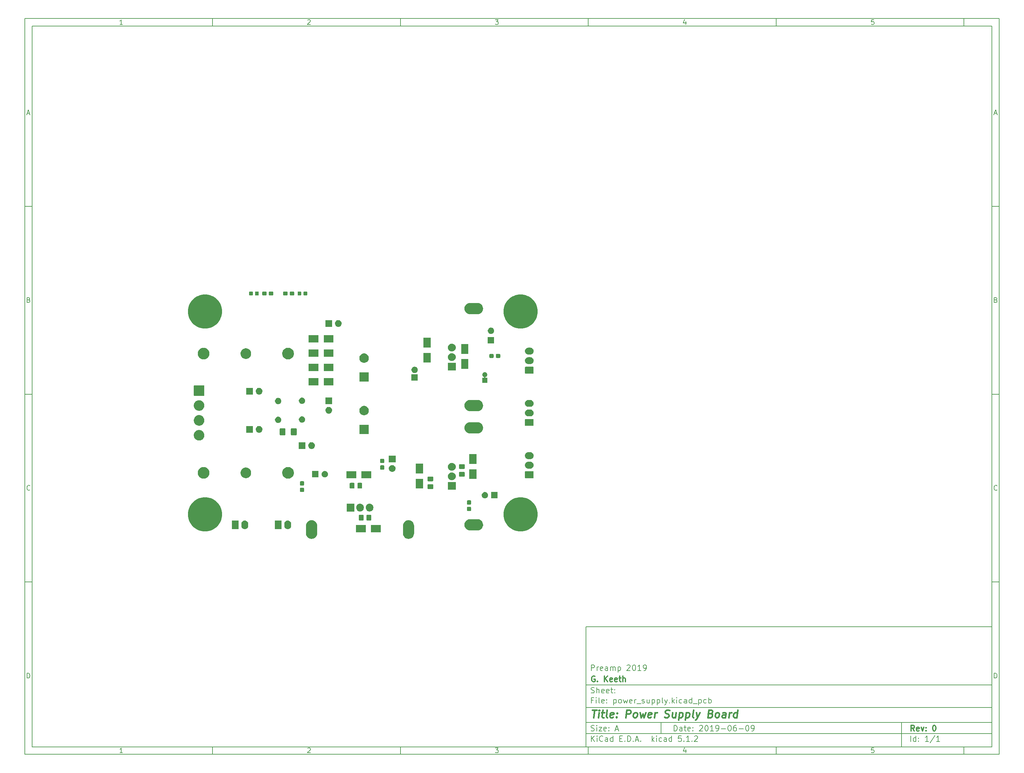
<source format=gbr>
G04 #@! TF.GenerationSoftware,KiCad,Pcbnew,5.1.2*
G04 #@! TF.CreationDate,2019-06-09T22:32:49-04:00*
G04 #@! TF.ProjectId,power_supply,706f7765-725f-4737-9570-706c792e6b69,0*
G04 #@! TF.SameCoordinates,Original*
G04 #@! TF.FileFunction,Soldermask,Top*
G04 #@! TF.FilePolarity,Negative*
%FSLAX46Y46*%
G04 Gerber Fmt 4.6, Leading zero omitted, Abs format (unit mm)*
G04 Created by KiCad (PCBNEW 5.1.2) date 2019-06-09 22:32:49*
%MOMM*%
%LPD*%
G04 APERTURE LIST*
%ADD10C,0.100000*%
%ADD11C,0.150000*%
%ADD12C,0.300000*%
%ADD13C,0.400000*%
G04 APERTURE END LIST*
D10*
D11*
X159400000Y-171900000D02*
X159400000Y-203900000D01*
X267400000Y-203900000D01*
X267400000Y-171900000D01*
X159400000Y-171900000D01*
D10*
D11*
X10000000Y-10000000D02*
X10000000Y-205900000D01*
X269400000Y-205900000D01*
X269400000Y-10000000D01*
X10000000Y-10000000D01*
D10*
D11*
X12000000Y-12000000D02*
X12000000Y-203900000D01*
X267400000Y-203900000D01*
X267400000Y-12000000D01*
X12000000Y-12000000D01*
D10*
D11*
X60000000Y-12000000D02*
X60000000Y-10000000D01*
D10*
D11*
X110000000Y-12000000D02*
X110000000Y-10000000D01*
D10*
D11*
X160000000Y-12000000D02*
X160000000Y-10000000D01*
D10*
D11*
X210000000Y-12000000D02*
X210000000Y-10000000D01*
D10*
D11*
X260000000Y-12000000D02*
X260000000Y-10000000D01*
D10*
D11*
X36065476Y-11588095D02*
X35322619Y-11588095D01*
X35694047Y-11588095D02*
X35694047Y-10288095D01*
X35570238Y-10473809D01*
X35446428Y-10597619D01*
X35322619Y-10659523D01*
D10*
D11*
X85322619Y-10411904D02*
X85384523Y-10350000D01*
X85508333Y-10288095D01*
X85817857Y-10288095D01*
X85941666Y-10350000D01*
X86003571Y-10411904D01*
X86065476Y-10535714D01*
X86065476Y-10659523D01*
X86003571Y-10845238D01*
X85260714Y-11588095D01*
X86065476Y-11588095D01*
D10*
D11*
X135260714Y-10288095D02*
X136065476Y-10288095D01*
X135632142Y-10783333D01*
X135817857Y-10783333D01*
X135941666Y-10845238D01*
X136003571Y-10907142D01*
X136065476Y-11030952D01*
X136065476Y-11340476D01*
X136003571Y-11464285D01*
X135941666Y-11526190D01*
X135817857Y-11588095D01*
X135446428Y-11588095D01*
X135322619Y-11526190D01*
X135260714Y-11464285D01*
D10*
D11*
X185941666Y-10721428D02*
X185941666Y-11588095D01*
X185632142Y-10226190D02*
X185322619Y-11154761D01*
X186127380Y-11154761D01*
D10*
D11*
X236003571Y-10288095D02*
X235384523Y-10288095D01*
X235322619Y-10907142D01*
X235384523Y-10845238D01*
X235508333Y-10783333D01*
X235817857Y-10783333D01*
X235941666Y-10845238D01*
X236003571Y-10907142D01*
X236065476Y-11030952D01*
X236065476Y-11340476D01*
X236003571Y-11464285D01*
X235941666Y-11526190D01*
X235817857Y-11588095D01*
X235508333Y-11588095D01*
X235384523Y-11526190D01*
X235322619Y-11464285D01*
D10*
D11*
X60000000Y-203900000D02*
X60000000Y-205900000D01*
D10*
D11*
X110000000Y-203900000D02*
X110000000Y-205900000D01*
D10*
D11*
X160000000Y-203900000D02*
X160000000Y-205900000D01*
D10*
D11*
X210000000Y-203900000D02*
X210000000Y-205900000D01*
D10*
D11*
X260000000Y-203900000D02*
X260000000Y-205900000D01*
D10*
D11*
X36065476Y-205488095D02*
X35322619Y-205488095D01*
X35694047Y-205488095D02*
X35694047Y-204188095D01*
X35570238Y-204373809D01*
X35446428Y-204497619D01*
X35322619Y-204559523D01*
D10*
D11*
X85322619Y-204311904D02*
X85384523Y-204250000D01*
X85508333Y-204188095D01*
X85817857Y-204188095D01*
X85941666Y-204250000D01*
X86003571Y-204311904D01*
X86065476Y-204435714D01*
X86065476Y-204559523D01*
X86003571Y-204745238D01*
X85260714Y-205488095D01*
X86065476Y-205488095D01*
D10*
D11*
X135260714Y-204188095D02*
X136065476Y-204188095D01*
X135632142Y-204683333D01*
X135817857Y-204683333D01*
X135941666Y-204745238D01*
X136003571Y-204807142D01*
X136065476Y-204930952D01*
X136065476Y-205240476D01*
X136003571Y-205364285D01*
X135941666Y-205426190D01*
X135817857Y-205488095D01*
X135446428Y-205488095D01*
X135322619Y-205426190D01*
X135260714Y-205364285D01*
D10*
D11*
X185941666Y-204621428D02*
X185941666Y-205488095D01*
X185632142Y-204126190D02*
X185322619Y-205054761D01*
X186127380Y-205054761D01*
D10*
D11*
X236003571Y-204188095D02*
X235384523Y-204188095D01*
X235322619Y-204807142D01*
X235384523Y-204745238D01*
X235508333Y-204683333D01*
X235817857Y-204683333D01*
X235941666Y-204745238D01*
X236003571Y-204807142D01*
X236065476Y-204930952D01*
X236065476Y-205240476D01*
X236003571Y-205364285D01*
X235941666Y-205426190D01*
X235817857Y-205488095D01*
X235508333Y-205488095D01*
X235384523Y-205426190D01*
X235322619Y-205364285D01*
D10*
D11*
X10000000Y-60000000D02*
X12000000Y-60000000D01*
D10*
D11*
X10000000Y-110000000D02*
X12000000Y-110000000D01*
D10*
D11*
X10000000Y-160000000D02*
X12000000Y-160000000D01*
D10*
D11*
X10690476Y-35216666D02*
X11309523Y-35216666D01*
X10566666Y-35588095D02*
X11000000Y-34288095D01*
X11433333Y-35588095D01*
D10*
D11*
X11092857Y-84907142D02*
X11278571Y-84969047D01*
X11340476Y-85030952D01*
X11402380Y-85154761D01*
X11402380Y-85340476D01*
X11340476Y-85464285D01*
X11278571Y-85526190D01*
X11154761Y-85588095D01*
X10659523Y-85588095D01*
X10659523Y-84288095D01*
X11092857Y-84288095D01*
X11216666Y-84350000D01*
X11278571Y-84411904D01*
X11340476Y-84535714D01*
X11340476Y-84659523D01*
X11278571Y-84783333D01*
X11216666Y-84845238D01*
X11092857Y-84907142D01*
X10659523Y-84907142D01*
D10*
D11*
X11402380Y-135464285D02*
X11340476Y-135526190D01*
X11154761Y-135588095D01*
X11030952Y-135588095D01*
X10845238Y-135526190D01*
X10721428Y-135402380D01*
X10659523Y-135278571D01*
X10597619Y-135030952D01*
X10597619Y-134845238D01*
X10659523Y-134597619D01*
X10721428Y-134473809D01*
X10845238Y-134350000D01*
X11030952Y-134288095D01*
X11154761Y-134288095D01*
X11340476Y-134350000D01*
X11402380Y-134411904D01*
D10*
D11*
X10659523Y-185588095D02*
X10659523Y-184288095D01*
X10969047Y-184288095D01*
X11154761Y-184350000D01*
X11278571Y-184473809D01*
X11340476Y-184597619D01*
X11402380Y-184845238D01*
X11402380Y-185030952D01*
X11340476Y-185278571D01*
X11278571Y-185402380D01*
X11154761Y-185526190D01*
X10969047Y-185588095D01*
X10659523Y-185588095D01*
D10*
D11*
X269400000Y-60000000D02*
X267400000Y-60000000D01*
D10*
D11*
X269400000Y-110000000D02*
X267400000Y-110000000D01*
D10*
D11*
X269400000Y-160000000D02*
X267400000Y-160000000D01*
D10*
D11*
X268090476Y-35216666D02*
X268709523Y-35216666D01*
X267966666Y-35588095D02*
X268400000Y-34288095D01*
X268833333Y-35588095D01*
D10*
D11*
X268492857Y-84907142D02*
X268678571Y-84969047D01*
X268740476Y-85030952D01*
X268802380Y-85154761D01*
X268802380Y-85340476D01*
X268740476Y-85464285D01*
X268678571Y-85526190D01*
X268554761Y-85588095D01*
X268059523Y-85588095D01*
X268059523Y-84288095D01*
X268492857Y-84288095D01*
X268616666Y-84350000D01*
X268678571Y-84411904D01*
X268740476Y-84535714D01*
X268740476Y-84659523D01*
X268678571Y-84783333D01*
X268616666Y-84845238D01*
X268492857Y-84907142D01*
X268059523Y-84907142D01*
D10*
D11*
X268802380Y-135464285D02*
X268740476Y-135526190D01*
X268554761Y-135588095D01*
X268430952Y-135588095D01*
X268245238Y-135526190D01*
X268121428Y-135402380D01*
X268059523Y-135278571D01*
X267997619Y-135030952D01*
X267997619Y-134845238D01*
X268059523Y-134597619D01*
X268121428Y-134473809D01*
X268245238Y-134350000D01*
X268430952Y-134288095D01*
X268554761Y-134288095D01*
X268740476Y-134350000D01*
X268802380Y-134411904D01*
D10*
D11*
X268059523Y-185588095D02*
X268059523Y-184288095D01*
X268369047Y-184288095D01*
X268554761Y-184350000D01*
X268678571Y-184473809D01*
X268740476Y-184597619D01*
X268802380Y-184845238D01*
X268802380Y-185030952D01*
X268740476Y-185278571D01*
X268678571Y-185402380D01*
X268554761Y-185526190D01*
X268369047Y-185588095D01*
X268059523Y-185588095D01*
D10*
D11*
X182832142Y-199678571D02*
X182832142Y-198178571D01*
X183189285Y-198178571D01*
X183403571Y-198250000D01*
X183546428Y-198392857D01*
X183617857Y-198535714D01*
X183689285Y-198821428D01*
X183689285Y-199035714D01*
X183617857Y-199321428D01*
X183546428Y-199464285D01*
X183403571Y-199607142D01*
X183189285Y-199678571D01*
X182832142Y-199678571D01*
X184975000Y-199678571D02*
X184975000Y-198892857D01*
X184903571Y-198750000D01*
X184760714Y-198678571D01*
X184475000Y-198678571D01*
X184332142Y-198750000D01*
X184975000Y-199607142D02*
X184832142Y-199678571D01*
X184475000Y-199678571D01*
X184332142Y-199607142D01*
X184260714Y-199464285D01*
X184260714Y-199321428D01*
X184332142Y-199178571D01*
X184475000Y-199107142D01*
X184832142Y-199107142D01*
X184975000Y-199035714D01*
X185475000Y-198678571D02*
X186046428Y-198678571D01*
X185689285Y-198178571D02*
X185689285Y-199464285D01*
X185760714Y-199607142D01*
X185903571Y-199678571D01*
X186046428Y-199678571D01*
X187117857Y-199607142D02*
X186975000Y-199678571D01*
X186689285Y-199678571D01*
X186546428Y-199607142D01*
X186475000Y-199464285D01*
X186475000Y-198892857D01*
X186546428Y-198750000D01*
X186689285Y-198678571D01*
X186975000Y-198678571D01*
X187117857Y-198750000D01*
X187189285Y-198892857D01*
X187189285Y-199035714D01*
X186475000Y-199178571D01*
X187832142Y-199535714D02*
X187903571Y-199607142D01*
X187832142Y-199678571D01*
X187760714Y-199607142D01*
X187832142Y-199535714D01*
X187832142Y-199678571D01*
X187832142Y-198750000D02*
X187903571Y-198821428D01*
X187832142Y-198892857D01*
X187760714Y-198821428D01*
X187832142Y-198750000D01*
X187832142Y-198892857D01*
X189617857Y-198321428D02*
X189689285Y-198250000D01*
X189832142Y-198178571D01*
X190189285Y-198178571D01*
X190332142Y-198250000D01*
X190403571Y-198321428D01*
X190475000Y-198464285D01*
X190475000Y-198607142D01*
X190403571Y-198821428D01*
X189546428Y-199678571D01*
X190475000Y-199678571D01*
X191403571Y-198178571D02*
X191546428Y-198178571D01*
X191689285Y-198250000D01*
X191760714Y-198321428D01*
X191832142Y-198464285D01*
X191903571Y-198750000D01*
X191903571Y-199107142D01*
X191832142Y-199392857D01*
X191760714Y-199535714D01*
X191689285Y-199607142D01*
X191546428Y-199678571D01*
X191403571Y-199678571D01*
X191260714Y-199607142D01*
X191189285Y-199535714D01*
X191117857Y-199392857D01*
X191046428Y-199107142D01*
X191046428Y-198750000D01*
X191117857Y-198464285D01*
X191189285Y-198321428D01*
X191260714Y-198250000D01*
X191403571Y-198178571D01*
X193332142Y-199678571D02*
X192475000Y-199678571D01*
X192903571Y-199678571D02*
X192903571Y-198178571D01*
X192760714Y-198392857D01*
X192617857Y-198535714D01*
X192475000Y-198607142D01*
X194046428Y-199678571D02*
X194332142Y-199678571D01*
X194475000Y-199607142D01*
X194546428Y-199535714D01*
X194689285Y-199321428D01*
X194760714Y-199035714D01*
X194760714Y-198464285D01*
X194689285Y-198321428D01*
X194617857Y-198250000D01*
X194475000Y-198178571D01*
X194189285Y-198178571D01*
X194046428Y-198250000D01*
X193975000Y-198321428D01*
X193903571Y-198464285D01*
X193903571Y-198821428D01*
X193975000Y-198964285D01*
X194046428Y-199035714D01*
X194189285Y-199107142D01*
X194475000Y-199107142D01*
X194617857Y-199035714D01*
X194689285Y-198964285D01*
X194760714Y-198821428D01*
X195403571Y-199107142D02*
X196546428Y-199107142D01*
X197546428Y-198178571D02*
X197689285Y-198178571D01*
X197832142Y-198250000D01*
X197903571Y-198321428D01*
X197975000Y-198464285D01*
X198046428Y-198750000D01*
X198046428Y-199107142D01*
X197975000Y-199392857D01*
X197903571Y-199535714D01*
X197832142Y-199607142D01*
X197689285Y-199678571D01*
X197546428Y-199678571D01*
X197403571Y-199607142D01*
X197332142Y-199535714D01*
X197260714Y-199392857D01*
X197189285Y-199107142D01*
X197189285Y-198750000D01*
X197260714Y-198464285D01*
X197332142Y-198321428D01*
X197403571Y-198250000D01*
X197546428Y-198178571D01*
X199332142Y-198178571D02*
X199046428Y-198178571D01*
X198903571Y-198250000D01*
X198832142Y-198321428D01*
X198689285Y-198535714D01*
X198617857Y-198821428D01*
X198617857Y-199392857D01*
X198689285Y-199535714D01*
X198760714Y-199607142D01*
X198903571Y-199678571D01*
X199189285Y-199678571D01*
X199332142Y-199607142D01*
X199403571Y-199535714D01*
X199475000Y-199392857D01*
X199475000Y-199035714D01*
X199403571Y-198892857D01*
X199332142Y-198821428D01*
X199189285Y-198750000D01*
X198903571Y-198750000D01*
X198760714Y-198821428D01*
X198689285Y-198892857D01*
X198617857Y-199035714D01*
X200117857Y-199107142D02*
X201260714Y-199107142D01*
X202260714Y-198178571D02*
X202403571Y-198178571D01*
X202546428Y-198250000D01*
X202617857Y-198321428D01*
X202689285Y-198464285D01*
X202760714Y-198750000D01*
X202760714Y-199107142D01*
X202689285Y-199392857D01*
X202617857Y-199535714D01*
X202546428Y-199607142D01*
X202403571Y-199678571D01*
X202260714Y-199678571D01*
X202117857Y-199607142D01*
X202046428Y-199535714D01*
X201975000Y-199392857D01*
X201903571Y-199107142D01*
X201903571Y-198750000D01*
X201975000Y-198464285D01*
X202046428Y-198321428D01*
X202117857Y-198250000D01*
X202260714Y-198178571D01*
X203475000Y-199678571D02*
X203760714Y-199678571D01*
X203903571Y-199607142D01*
X203975000Y-199535714D01*
X204117857Y-199321428D01*
X204189285Y-199035714D01*
X204189285Y-198464285D01*
X204117857Y-198321428D01*
X204046428Y-198250000D01*
X203903571Y-198178571D01*
X203617857Y-198178571D01*
X203475000Y-198250000D01*
X203403571Y-198321428D01*
X203332142Y-198464285D01*
X203332142Y-198821428D01*
X203403571Y-198964285D01*
X203475000Y-199035714D01*
X203617857Y-199107142D01*
X203903571Y-199107142D01*
X204046428Y-199035714D01*
X204117857Y-198964285D01*
X204189285Y-198821428D01*
D10*
D11*
X159400000Y-200400000D02*
X267400000Y-200400000D01*
D10*
D11*
X160832142Y-202478571D02*
X160832142Y-200978571D01*
X161689285Y-202478571D02*
X161046428Y-201621428D01*
X161689285Y-200978571D02*
X160832142Y-201835714D01*
X162332142Y-202478571D02*
X162332142Y-201478571D01*
X162332142Y-200978571D02*
X162260714Y-201050000D01*
X162332142Y-201121428D01*
X162403571Y-201050000D01*
X162332142Y-200978571D01*
X162332142Y-201121428D01*
X163903571Y-202335714D02*
X163832142Y-202407142D01*
X163617857Y-202478571D01*
X163475000Y-202478571D01*
X163260714Y-202407142D01*
X163117857Y-202264285D01*
X163046428Y-202121428D01*
X162975000Y-201835714D01*
X162975000Y-201621428D01*
X163046428Y-201335714D01*
X163117857Y-201192857D01*
X163260714Y-201050000D01*
X163475000Y-200978571D01*
X163617857Y-200978571D01*
X163832142Y-201050000D01*
X163903571Y-201121428D01*
X165189285Y-202478571D02*
X165189285Y-201692857D01*
X165117857Y-201550000D01*
X164975000Y-201478571D01*
X164689285Y-201478571D01*
X164546428Y-201550000D01*
X165189285Y-202407142D02*
X165046428Y-202478571D01*
X164689285Y-202478571D01*
X164546428Y-202407142D01*
X164475000Y-202264285D01*
X164475000Y-202121428D01*
X164546428Y-201978571D01*
X164689285Y-201907142D01*
X165046428Y-201907142D01*
X165189285Y-201835714D01*
X166546428Y-202478571D02*
X166546428Y-200978571D01*
X166546428Y-202407142D02*
X166403571Y-202478571D01*
X166117857Y-202478571D01*
X165975000Y-202407142D01*
X165903571Y-202335714D01*
X165832142Y-202192857D01*
X165832142Y-201764285D01*
X165903571Y-201621428D01*
X165975000Y-201550000D01*
X166117857Y-201478571D01*
X166403571Y-201478571D01*
X166546428Y-201550000D01*
X168403571Y-201692857D02*
X168903571Y-201692857D01*
X169117857Y-202478571D02*
X168403571Y-202478571D01*
X168403571Y-200978571D01*
X169117857Y-200978571D01*
X169760714Y-202335714D02*
X169832142Y-202407142D01*
X169760714Y-202478571D01*
X169689285Y-202407142D01*
X169760714Y-202335714D01*
X169760714Y-202478571D01*
X170475000Y-202478571D02*
X170475000Y-200978571D01*
X170832142Y-200978571D01*
X171046428Y-201050000D01*
X171189285Y-201192857D01*
X171260714Y-201335714D01*
X171332142Y-201621428D01*
X171332142Y-201835714D01*
X171260714Y-202121428D01*
X171189285Y-202264285D01*
X171046428Y-202407142D01*
X170832142Y-202478571D01*
X170475000Y-202478571D01*
X171975000Y-202335714D02*
X172046428Y-202407142D01*
X171975000Y-202478571D01*
X171903571Y-202407142D01*
X171975000Y-202335714D01*
X171975000Y-202478571D01*
X172617857Y-202050000D02*
X173332142Y-202050000D01*
X172475000Y-202478571D02*
X172975000Y-200978571D01*
X173475000Y-202478571D01*
X173975000Y-202335714D02*
X174046428Y-202407142D01*
X173975000Y-202478571D01*
X173903571Y-202407142D01*
X173975000Y-202335714D01*
X173975000Y-202478571D01*
X176975000Y-202478571D02*
X176975000Y-200978571D01*
X177117857Y-201907142D02*
X177546428Y-202478571D01*
X177546428Y-201478571D02*
X176975000Y-202050000D01*
X178189285Y-202478571D02*
X178189285Y-201478571D01*
X178189285Y-200978571D02*
X178117857Y-201050000D01*
X178189285Y-201121428D01*
X178260714Y-201050000D01*
X178189285Y-200978571D01*
X178189285Y-201121428D01*
X179546428Y-202407142D02*
X179403571Y-202478571D01*
X179117857Y-202478571D01*
X178975000Y-202407142D01*
X178903571Y-202335714D01*
X178832142Y-202192857D01*
X178832142Y-201764285D01*
X178903571Y-201621428D01*
X178975000Y-201550000D01*
X179117857Y-201478571D01*
X179403571Y-201478571D01*
X179546428Y-201550000D01*
X180832142Y-202478571D02*
X180832142Y-201692857D01*
X180760714Y-201550000D01*
X180617857Y-201478571D01*
X180332142Y-201478571D01*
X180189285Y-201550000D01*
X180832142Y-202407142D02*
X180689285Y-202478571D01*
X180332142Y-202478571D01*
X180189285Y-202407142D01*
X180117857Y-202264285D01*
X180117857Y-202121428D01*
X180189285Y-201978571D01*
X180332142Y-201907142D01*
X180689285Y-201907142D01*
X180832142Y-201835714D01*
X182189285Y-202478571D02*
X182189285Y-200978571D01*
X182189285Y-202407142D02*
X182046428Y-202478571D01*
X181760714Y-202478571D01*
X181617857Y-202407142D01*
X181546428Y-202335714D01*
X181475000Y-202192857D01*
X181475000Y-201764285D01*
X181546428Y-201621428D01*
X181617857Y-201550000D01*
X181760714Y-201478571D01*
X182046428Y-201478571D01*
X182189285Y-201550000D01*
X184760714Y-200978571D02*
X184046428Y-200978571D01*
X183975000Y-201692857D01*
X184046428Y-201621428D01*
X184189285Y-201550000D01*
X184546428Y-201550000D01*
X184689285Y-201621428D01*
X184760714Y-201692857D01*
X184832142Y-201835714D01*
X184832142Y-202192857D01*
X184760714Y-202335714D01*
X184689285Y-202407142D01*
X184546428Y-202478571D01*
X184189285Y-202478571D01*
X184046428Y-202407142D01*
X183975000Y-202335714D01*
X185475000Y-202335714D02*
X185546428Y-202407142D01*
X185475000Y-202478571D01*
X185403571Y-202407142D01*
X185475000Y-202335714D01*
X185475000Y-202478571D01*
X186975000Y-202478571D02*
X186117857Y-202478571D01*
X186546428Y-202478571D02*
X186546428Y-200978571D01*
X186403571Y-201192857D01*
X186260714Y-201335714D01*
X186117857Y-201407142D01*
X187617857Y-202335714D02*
X187689285Y-202407142D01*
X187617857Y-202478571D01*
X187546428Y-202407142D01*
X187617857Y-202335714D01*
X187617857Y-202478571D01*
X188260714Y-201121428D02*
X188332142Y-201050000D01*
X188475000Y-200978571D01*
X188832142Y-200978571D01*
X188975000Y-201050000D01*
X189046428Y-201121428D01*
X189117857Y-201264285D01*
X189117857Y-201407142D01*
X189046428Y-201621428D01*
X188189285Y-202478571D01*
X189117857Y-202478571D01*
D10*
D11*
X159400000Y-197400000D02*
X267400000Y-197400000D01*
D10*
D12*
X246809285Y-199678571D02*
X246309285Y-198964285D01*
X245952142Y-199678571D02*
X245952142Y-198178571D01*
X246523571Y-198178571D01*
X246666428Y-198250000D01*
X246737857Y-198321428D01*
X246809285Y-198464285D01*
X246809285Y-198678571D01*
X246737857Y-198821428D01*
X246666428Y-198892857D01*
X246523571Y-198964285D01*
X245952142Y-198964285D01*
X248023571Y-199607142D02*
X247880714Y-199678571D01*
X247595000Y-199678571D01*
X247452142Y-199607142D01*
X247380714Y-199464285D01*
X247380714Y-198892857D01*
X247452142Y-198750000D01*
X247595000Y-198678571D01*
X247880714Y-198678571D01*
X248023571Y-198750000D01*
X248095000Y-198892857D01*
X248095000Y-199035714D01*
X247380714Y-199178571D01*
X248595000Y-198678571D02*
X248952142Y-199678571D01*
X249309285Y-198678571D01*
X249880714Y-199535714D02*
X249952142Y-199607142D01*
X249880714Y-199678571D01*
X249809285Y-199607142D01*
X249880714Y-199535714D01*
X249880714Y-199678571D01*
X249880714Y-198750000D02*
X249952142Y-198821428D01*
X249880714Y-198892857D01*
X249809285Y-198821428D01*
X249880714Y-198750000D01*
X249880714Y-198892857D01*
X252023571Y-198178571D02*
X252166428Y-198178571D01*
X252309285Y-198250000D01*
X252380714Y-198321428D01*
X252452142Y-198464285D01*
X252523571Y-198750000D01*
X252523571Y-199107142D01*
X252452142Y-199392857D01*
X252380714Y-199535714D01*
X252309285Y-199607142D01*
X252166428Y-199678571D01*
X252023571Y-199678571D01*
X251880714Y-199607142D01*
X251809285Y-199535714D01*
X251737857Y-199392857D01*
X251666428Y-199107142D01*
X251666428Y-198750000D01*
X251737857Y-198464285D01*
X251809285Y-198321428D01*
X251880714Y-198250000D01*
X252023571Y-198178571D01*
D10*
D11*
X160760714Y-199607142D02*
X160975000Y-199678571D01*
X161332142Y-199678571D01*
X161475000Y-199607142D01*
X161546428Y-199535714D01*
X161617857Y-199392857D01*
X161617857Y-199250000D01*
X161546428Y-199107142D01*
X161475000Y-199035714D01*
X161332142Y-198964285D01*
X161046428Y-198892857D01*
X160903571Y-198821428D01*
X160832142Y-198750000D01*
X160760714Y-198607142D01*
X160760714Y-198464285D01*
X160832142Y-198321428D01*
X160903571Y-198250000D01*
X161046428Y-198178571D01*
X161403571Y-198178571D01*
X161617857Y-198250000D01*
X162260714Y-199678571D02*
X162260714Y-198678571D01*
X162260714Y-198178571D02*
X162189285Y-198250000D01*
X162260714Y-198321428D01*
X162332142Y-198250000D01*
X162260714Y-198178571D01*
X162260714Y-198321428D01*
X162832142Y-198678571D02*
X163617857Y-198678571D01*
X162832142Y-199678571D01*
X163617857Y-199678571D01*
X164760714Y-199607142D02*
X164617857Y-199678571D01*
X164332142Y-199678571D01*
X164189285Y-199607142D01*
X164117857Y-199464285D01*
X164117857Y-198892857D01*
X164189285Y-198750000D01*
X164332142Y-198678571D01*
X164617857Y-198678571D01*
X164760714Y-198750000D01*
X164832142Y-198892857D01*
X164832142Y-199035714D01*
X164117857Y-199178571D01*
X165475000Y-199535714D02*
X165546428Y-199607142D01*
X165475000Y-199678571D01*
X165403571Y-199607142D01*
X165475000Y-199535714D01*
X165475000Y-199678571D01*
X165475000Y-198750000D02*
X165546428Y-198821428D01*
X165475000Y-198892857D01*
X165403571Y-198821428D01*
X165475000Y-198750000D01*
X165475000Y-198892857D01*
X167260714Y-199250000D02*
X167975000Y-199250000D01*
X167117857Y-199678571D02*
X167617857Y-198178571D01*
X168117857Y-199678571D01*
D10*
D11*
X245832142Y-202478571D02*
X245832142Y-200978571D01*
X247189285Y-202478571D02*
X247189285Y-200978571D01*
X247189285Y-202407142D02*
X247046428Y-202478571D01*
X246760714Y-202478571D01*
X246617857Y-202407142D01*
X246546428Y-202335714D01*
X246475000Y-202192857D01*
X246475000Y-201764285D01*
X246546428Y-201621428D01*
X246617857Y-201550000D01*
X246760714Y-201478571D01*
X247046428Y-201478571D01*
X247189285Y-201550000D01*
X247903571Y-202335714D02*
X247975000Y-202407142D01*
X247903571Y-202478571D01*
X247832142Y-202407142D01*
X247903571Y-202335714D01*
X247903571Y-202478571D01*
X247903571Y-201550000D02*
X247975000Y-201621428D01*
X247903571Y-201692857D01*
X247832142Y-201621428D01*
X247903571Y-201550000D01*
X247903571Y-201692857D01*
X250546428Y-202478571D02*
X249689285Y-202478571D01*
X250117857Y-202478571D02*
X250117857Y-200978571D01*
X249975000Y-201192857D01*
X249832142Y-201335714D01*
X249689285Y-201407142D01*
X252260714Y-200907142D02*
X250975000Y-202835714D01*
X253546428Y-202478571D02*
X252689285Y-202478571D01*
X253117857Y-202478571D02*
X253117857Y-200978571D01*
X252975000Y-201192857D01*
X252832142Y-201335714D01*
X252689285Y-201407142D01*
D10*
D11*
X159400000Y-193400000D02*
X267400000Y-193400000D01*
D10*
D13*
X161112380Y-194104761D02*
X162255238Y-194104761D01*
X161433809Y-196104761D02*
X161683809Y-194104761D01*
X162671904Y-196104761D02*
X162838571Y-194771428D01*
X162921904Y-194104761D02*
X162814761Y-194200000D01*
X162898095Y-194295238D01*
X163005238Y-194200000D01*
X162921904Y-194104761D01*
X162898095Y-194295238D01*
X163505238Y-194771428D02*
X164267142Y-194771428D01*
X163874285Y-194104761D02*
X163660000Y-195819047D01*
X163731428Y-196009523D01*
X163910000Y-196104761D01*
X164100476Y-196104761D01*
X165052857Y-196104761D02*
X164874285Y-196009523D01*
X164802857Y-195819047D01*
X165017142Y-194104761D01*
X166588571Y-196009523D02*
X166386190Y-196104761D01*
X166005238Y-196104761D01*
X165826666Y-196009523D01*
X165755238Y-195819047D01*
X165850476Y-195057142D01*
X165969523Y-194866666D01*
X166171904Y-194771428D01*
X166552857Y-194771428D01*
X166731428Y-194866666D01*
X166802857Y-195057142D01*
X166779047Y-195247619D01*
X165802857Y-195438095D01*
X167552857Y-195914285D02*
X167636190Y-196009523D01*
X167529047Y-196104761D01*
X167445714Y-196009523D01*
X167552857Y-195914285D01*
X167529047Y-196104761D01*
X167683809Y-194866666D02*
X167767142Y-194961904D01*
X167660000Y-195057142D01*
X167576666Y-194961904D01*
X167683809Y-194866666D01*
X167660000Y-195057142D01*
X170005238Y-196104761D02*
X170255238Y-194104761D01*
X171017142Y-194104761D01*
X171195714Y-194200000D01*
X171279047Y-194295238D01*
X171350476Y-194485714D01*
X171314761Y-194771428D01*
X171195714Y-194961904D01*
X171088571Y-195057142D01*
X170886190Y-195152380D01*
X170124285Y-195152380D01*
X172290952Y-196104761D02*
X172112380Y-196009523D01*
X172029047Y-195914285D01*
X171957619Y-195723809D01*
X172029047Y-195152380D01*
X172148095Y-194961904D01*
X172255238Y-194866666D01*
X172457619Y-194771428D01*
X172743333Y-194771428D01*
X172921904Y-194866666D01*
X173005238Y-194961904D01*
X173076666Y-195152380D01*
X173005238Y-195723809D01*
X172886190Y-195914285D01*
X172779047Y-196009523D01*
X172576666Y-196104761D01*
X172290952Y-196104761D01*
X173790952Y-194771428D02*
X174005238Y-196104761D01*
X174505238Y-195152380D01*
X174767142Y-196104761D01*
X175314761Y-194771428D01*
X176683809Y-196009523D02*
X176481428Y-196104761D01*
X176100476Y-196104761D01*
X175921904Y-196009523D01*
X175850476Y-195819047D01*
X175945714Y-195057142D01*
X176064761Y-194866666D01*
X176267142Y-194771428D01*
X176648095Y-194771428D01*
X176826666Y-194866666D01*
X176898095Y-195057142D01*
X176874285Y-195247619D01*
X175898095Y-195438095D01*
X177624285Y-196104761D02*
X177790952Y-194771428D01*
X177743333Y-195152380D02*
X177862380Y-194961904D01*
X177969523Y-194866666D01*
X178171904Y-194771428D01*
X178362380Y-194771428D01*
X180302857Y-196009523D02*
X180576666Y-196104761D01*
X181052857Y-196104761D01*
X181255238Y-196009523D01*
X181362380Y-195914285D01*
X181481428Y-195723809D01*
X181505238Y-195533333D01*
X181433809Y-195342857D01*
X181350476Y-195247619D01*
X181171904Y-195152380D01*
X180802857Y-195057142D01*
X180624285Y-194961904D01*
X180540952Y-194866666D01*
X180469523Y-194676190D01*
X180493333Y-194485714D01*
X180612380Y-194295238D01*
X180719523Y-194200000D01*
X180921904Y-194104761D01*
X181398095Y-194104761D01*
X181671904Y-194200000D01*
X183314761Y-194771428D02*
X183148095Y-196104761D01*
X182457619Y-194771428D02*
X182326666Y-195819047D01*
X182398095Y-196009523D01*
X182576666Y-196104761D01*
X182862380Y-196104761D01*
X183064761Y-196009523D01*
X183171904Y-195914285D01*
X184267142Y-194771428D02*
X184017142Y-196771428D01*
X184255238Y-194866666D02*
X184457619Y-194771428D01*
X184838571Y-194771428D01*
X185017142Y-194866666D01*
X185100476Y-194961904D01*
X185171904Y-195152380D01*
X185100476Y-195723809D01*
X184981428Y-195914285D01*
X184874285Y-196009523D01*
X184671904Y-196104761D01*
X184290952Y-196104761D01*
X184112380Y-196009523D01*
X186076666Y-194771428D02*
X185826666Y-196771428D01*
X186064761Y-194866666D02*
X186267142Y-194771428D01*
X186648095Y-194771428D01*
X186826666Y-194866666D01*
X186910000Y-194961904D01*
X186981428Y-195152380D01*
X186910000Y-195723809D01*
X186790952Y-195914285D01*
X186683809Y-196009523D01*
X186481428Y-196104761D01*
X186100476Y-196104761D01*
X185921904Y-196009523D01*
X188005238Y-196104761D02*
X187826666Y-196009523D01*
X187755238Y-195819047D01*
X187969523Y-194104761D01*
X188743333Y-194771428D02*
X189052857Y-196104761D01*
X189695714Y-194771428D02*
X189052857Y-196104761D01*
X188802857Y-196580952D01*
X188695714Y-196676190D01*
X188493333Y-196771428D01*
X192612380Y-195057142D02*
X192886190Y-195152380D01*
X192969523Y-195247619D01*
X193040952Y-195438095D01*
X193005238Y-195723809D01*
X192886190Y-195914285D01*
X192779047Y-196009523D01*
X192576666Y-196104761D01*
X191814761Y-196104761D01*
X192064761Y-194104761D01*
X192731428Y-194104761D01*
X192910000Y-194200000D01*
X192993333Y-194295238D01*
X193064761Y-194485714D01*
X193040952Y-194676190D01*
X192921904Y-194866666D01*
X192814761Y-194961904D01*
X192612380Y-195057142D01*
X191945714Y-195057142D01*
X194100476Y-196104761D02*
X193921904Y-196009523D01*
X193838571Y-195914285D01*
X193767142Y-195723809D01*
X193838571Y-195152380D01*
X193957619Y-194961904D01*
X194064761Y-194866666D01*
X194267142Y-194771428D01*
X194552857Y-194771428D01*
X194731428Y-194866666D01*
X194814761Y-194961904D01*
X194886190Y-195152380D01*
X194814761Y-195723809D01*
X194695714Y-195914285D01*
X194588571Y-196009523D01*
X194386190Y-196104761D01*
X194100476Y-196104761D01*
X196481428Y-196104761D02*
X196612380Y-195057142D01*
X196540952Y-194866666D01*
X196362380Y-194771428D01*
X195981428Y-194771428D01*
X195779047Y-194866666D01*
X196493333Y-196009523D02*
X196290952Y-196104761D01*
X195814761Y-196104761D01*
X195636190Y-196009523D01*
X195564761Y-195819047D01*
X195588571Y-195628571D01*
X195707619Y-195438095D01*
X195910000Y-195342857D01*
X196386190Y-195342857D01*
X196588571Y-195247619D01*
X197433809Y-196104761D02*
X197600476Y-194771428D01*
X197552857Y-195152380D02*
X197671904Y-194961904D01*
X197779047Y-194866666D01*
X197981428Y-194771428D01*
X198171904Y-194771428D01*
X199529047Y-196104761D02*
X199779047Y-194104761D01*
X199540952Y-196009523D02*
X199338571Y-196104761D01*
X198957619Y-196104761D01*
X198779047Y-196009523D01*
X198695714Y-195914285D01*
X198624285Y-195723809D01*
X198695714Y-195152380D01*
X198814761Y-194961904D01*
X198921904Y-194866666D01*
X199124285Y-194771428D01*
X199505238Y-194771428D01*
X199683809Y-194866666D01*
D10*
D11*
X161332142Y-191492857D02*
X160832142Y-191492857D01*
X160832142Y-192278571D02*
X160832142Y-190778571D01*
X161546428Y-190778571D01*
X162117857Y-192278571D02*
X162117857Y-191278571D01*
X162117857Y-190778571D02*
X162046428Y-190850000D01*
X162117857Y-190921428D01*
X162189285Y-190850000D01*
X162117857Y-190778571D01*
X162117857Y-190921428D01*
X163046428Y-192278571D02*
X162903571Y-192207142D01*
X162832142Y-192064285D01*
X162832142Y-190778571D01*
X164189285Y-192207142D02*
X164046428Y-192278571D01*
X163760714Y-192278571D01*
X163617857Y-192207142D01*
X163546428Y-192064285D01*
X163546428Y-191492857D01*
X163617857Y-191350000D01*
X163760714Y-191278571D01*
X164046428Y-191278571D01*
X164189285Y-191350000D01*
X164260714Y-191492857D01*
X164260714Y-191635714D01*
X163546428Y-191778571D01*
X164903571Y-192135714D02*
X164975000Y-192207142D01*
X164903571Y-192278571D01*
X164832142Y-192207142D01*
X164903571Y-192135714D01*
X164903571Y-192278571D01*
X164903571Y-191350000D02*
X164975000Y-191421428D01*
X164903571Y-191492857D01*
X164832142Y-191421428D01*
X164903571Y-191350000D01*
X164903571Y-191492857D01*
X166760714Y-191278571D02*
X166760714Y-192778571D01*
X166760714Y-191350000D02*
X166903571Y-191278571D01*
X167189285Y-191278571D01*
X167332142Y-191350000D01*
X167403571Y-191421428D01*
X167475000Y-191564285D01*
X167475000Y-191992857D01*
X167403571Y-192135714D01*
X167332142Y-192207142D01*
X167189285Y-192278571D01*
X166903571Y-192278571D01*
X166760714Y-192207142D01*
X168332142Y-192278571D02*
X168189285Y-192207142D01*
X168117857Y-192135714D01*
X168046428Y-191992857D01*
X168046428Y-191564285D01*
X168117857Y-191421428D01*
X168189285Y-191350000D01*
X168332142Y-191278571D01*
X168546428Y-191278571D01*
X168689285Y-191350000D01*
X168760714Y-191421428D01*
X168832142Y-191564285D01*
X168832142Y-191992857D01*
X168760714Y-192135714D01*
X168689285Y-192207142D01*
X168546428Y-192278571D01*
X168332142Y-192278571D01*
X169332142Y-191278571D02*
X169617857Y-192278571D01*
X169903571Y-191564285D01*
X170189285Y-192278571D01*
X170475000Y-191278571D01*
X171617857Y-192207142D02*
X171475000Y-192278571D01*
X171189285Y-192278571D01*
X171046428Y-192207142D01*
X170975000Y-192064285D01*
X170975000Y-191492857D01*
X171046428Y-191350000D01*
X171189285Y-191278571D01*
X171475000Y-191278571D01*
X171617857Y-191350000D01*
X171689285Y-191492857D01*
X171689285Y-191635714D01*
X170975000Y-191778571D01*
X172332142Y-192278571D02*
X172332142Y-191278571D01*
X172332142Y-191564285D02*
X172403571Y-191421428D01*
X172475000Y-191350000D01*
X172617857Y-191278571D01*
X172760714Y-191278571D01*
X172903571Y-192421428D02*
X174046428Y-192421428D01*
X174332142Y-192207142D02*
X174475000Y-192278571D01*
X174760714Y-192278571D01*
X174903571Y-192207142D01*
X174975000Y-192064285D01*
X174975000Y-191992857D01*
X174903571Y-191850000D01*
X174760714Y-191778571D01*
X174546428Y-191778571D01*
X174403571Y-191707142D01*
X174332142Y-191564285D01*
X174332142Y-191492857D01*
X174403571Y-191350000D01*
X174546428Y-191278571D01*
X174760714Y-191278571D01*
X174903571Y-191350000D01*
X176260714Y-191278571D02*
X176260714Y-192278571D01*
X175617857Y-191278571D02*
X175617857Y-192064285D01*
X175689285Y-192207142D01*
X175832142Y-192278571D01*
X176046428Y-192278571D01*
X176189285Y-192207142D01*
X176260714Y-192135714D01*
X176975000Y-191278571D02*
X176975000Y-192778571D01*
X176975000Y-191350000D02*
X177117857Y-191278571D01*
X177403571Y-191278571D01*
X177546428Y-191350000D01*
X177617857Y-191421428D01*
X177689285Y-191564285D01*
X177689285Y-191992857D01*
X177617857Y-192135714D01*
X177546428Y-192207142D01*
X177403571Y-192278571D01*
X177117857Y-192278571D01*
X176975000Y-192207142D01*
X178332142Y-191278571D02*
X178332142Y-192778571D01*
X178332142Y-191350000D02*
X178475000Y-191278571D01*
X178760714Y-191278571D01*
X178903571Y-191350000D01*
X178975000Y-191421428D01*
X179046428Y-191564285D01*
X179046428Y-191992857D01*
X178975000Y-192135714D01*
X178903571Y-192207142D01*
X178760714Y-192278571D01*
X178475000Y-192278571D01*
X178332142Y-192207142D01*
X179903571Y-192278571D02*
X179760714Y-192207142D01*
X179689285Y-192064285D01*
X179689285Y-190778571D01*
X180332142Y-191278571D02*
X180689285Y-192278571D01*
X181046428Y-191278571D02*
X180689285Y-192278571D01*
X180546428Y-192635714D01*
X180475000Y-192707142D01*
X180332142Y-192778571D01*
X181617857Y-192135714D02*
X181689285Y-192207142D01*
X181617857Y-192278571D01*
X181546428Y-192207142D01*
X181617857Y-192135714D01*
X181617857Y-192278571D01*
X182332142Y-192278571D02*
X182332142Y-190778571D01*
X182475000Y-191707142D02*
X182903571Y-192278571D01*
X182903571Y-191278571D02*
X182332142Y-191850000D01*
X183546428Y-192278571D02*
X183546428Y-191278571D01*
X183546428Y-190778571D02*
X183475000Y-190850000D01*
X183546428Y-190921428D01*
X183617857Y-190850000D01*
X183546428Y-190778571D01*
X183546428Y-190921428D01*
X184903571Y-192207142D02*
X184760714Y-192278571D01*
X184475000Y-192278571D01*
X184332142Y-192207142D01*
X184260714Y-192135714D01*
X184189285Y-191992857D01*
X184189285Y-191564285D01*
X184260714Y-191421428D01*
X184332142Y-191350000D01*
X184475000Y-191278571D01*
X184760714Y-191278571D01*
X184903571Y-191350000D01*
X186189285Y-192278571D02*
X186189285Y-191492857D01*
X186117857Y-191350000D01*
X185975000Y-191278571D01*
X185689285Y-191278571D01*
X185546428Y-191350000D01*
X186189285Y-192207142D02*
X186046428Y-192278571D01*
X185689285Y-192278571D01*
X185546428Y-192207142D01*
X185475000Y-192064285D01*
X185475000Y-191921428D01*
X185546428Y-191778571D01*
X185689285Y-191707142D01*
X186046428Y-191707142D01*
X186189285Y-191635714D01*
X187546428Y-192278571D02*
X187546428Y-190778571D01*
X187546428Y-192207142D02*
X187403571Y-192278571D01*
X187117857Y-192278571D01*
X186975000Y-192207142D01*
X186903571Y-192135714D01*
X186832142Y-191992857D01*
X186832142Y-191564285D01*
X186903571Y-191421428D01*
X186975000Y-191350000D01*
X187117857Y-191278571D01*
X187403571Y-191278571D01*
X187546428Y-191350000D01*
X187903571Y-192421428D02*
X189046428Y-192421428D01*
X189403571Y-191278571D02*
X189403571Y-192778571D01*
X189403571Y-191350000D02*
X189546428Y-191278571D01*
X189832142Y-191278571D01*
X189975000Y-191350000D01*
X190046428Y-191421428D01*
X190117857Y-191564285D01*
X190117857Y-191992857D01*
X190046428Y-192135714D01*
X189975000Y-192207142D01*
X189832142Y-192278571D01*
X189546428Y-192278571D01*
X189403571Y-192207142D01*
X191403571Y-192207142D02*
X191260714Y-192278571D01*
X190975000Y-192278571D01*
X190832142Y-192207142D01*
X190760714Y-192135714D01*
X190689285Y-191992857D01*
X190689285Y-191564285D01*
X190760714Y-191421428D01*
X190832142Y-191350000D01*
X190975000Y-191278571D01*
X191260714Y-191278571D01*
X191403571Y-191350000D01*
X192046428Y-192278571D02*
X192046428Y-190778571D01*
X192046428Y-191350000D02*
X192189285Y-191278571D01*
X192475000Y-191278571D01*
X192617857Y-191350000D01*
X192689285Y-191421428D01*
X192760714Y-191564285D01*
X192760714Y-191992857D01*
X192689285Y-192135714D01*
X192617857Y-192207142D01*
X192475000Y-192278571D01*
X192189285Y-192278571D01*
X192046428Y-192207142D01*
D10*
D11*
X159400000Y-187400000D02*
X267400000Y-187400000D01*
D10*
D11*
X160760714Y-189507142D02*
X160975000Y-189578571D01*
X161332142Y-189578571D01*
X161475000Y-189507142D01*
X161546428Y-189435714D01*
X161617857Y-189292857D01*
X161617857Y-189150000D01*
X161546428Y-189007142D01*
X161475000Y-188935714D01*
X161332142Y-188864285D01*
X161046428Y-188792857D01*
X160903571Y-188721428D01*
X160832142Y-188650000D01*
X160760714Y-188507142D01*
X160760714Y-188364285D01*
X160832142Y-188221428D01*
X160903571Y-188150000D01*
X161046428Y-188078571D01*
X161403571Y-188078571D01*
X161617857Y-188150000D01*
X162260714Y-189578571D02*
X162260714Y-188078571D01*
X162903571Y-189578571D02*
X162903571Y-188792857D01*
X162832142Y-188650000D01*
X162689285Y-188578571D01*
X162475000Y-188578571D01*
X162332142Y-188650000D01*
X162260714Y-188721428D01*
X164189285Y-189507142D02*
X164046428Y-189578571D01*
X163760714Y-189578571D01*
X163617857Y-189507142D01*
X163546428Y-189364285D01*
X163546428Y-188792857D01*
X163617857Y-188650000D01*
X163760714Y-188578571D01*
X164046428Y-188578571D01*
X164189285Y-188650000D01*
X164260714Y-188792857D01*
X164260714Y-188935714D01*
X163546428Y-189078571D01*
X165475000Y-189507142D02*
X165332142Y-189578571D01*
X165046428Y-189578571D01*
X164903571Y-189507142D01*
X164832142Y-189364285D01*
X164832142Y-188792857D01*
X164903571Y-188650000D01*
X165046428Y-188578571D01*
X165332142Y-188578571D01*
X165475000Y-188650000D01*
X165546428Y-188792857D01*
X165546428Y-188935714D01*
X164832142Y-189078571D01*
X165975000Y-188578571D02*
X166546428Y-188578571D01*
X166189285Y-188078571D02*
X166189285Y-189364285D01*
X166260714Y-189507142D01*
X166403571Y-189578571D01*
X166546428Y-189578571D01*
X167046428Y-189435714D02*
X167117857Y-189507142D01*
X167046428Y-189578571D01*
X166975000Y-189507142D01*
X167046428Y-189435714D01*
X167046428Y-189578571D01*
X167046428Y-188650000D02*
X167117857Y-188721428D01*
X167046428Y-188792857D01*
X166975000Y-188721428D01*
X167046428Y-188650000D01*
X167046428Y-188792857D01*
D10*
D12*
X161737857Y-185150000D02*
X161595000Y-185078571D01*
X161380714Y-185078571D01*
X161166428Y-185150000D01*
X161023571Y-185292857D01*
X160952142Y-185435714D01*
X160880714Y-185721428D01*
X160880714Y-185935714D01*
X160952142Y-186221428D01*
X161023571Y-186364285D01*
X161166428Y-186507142D01*
X161380714Y-186578571D01*
X161523571Y-186578571D01*
X161737857Y-186507142D01*
X161809285Y-186435714D01*
X161809285Y-185935714D01*
X161523571Y-185935714D01*
X162452142Y-186435714D02*
X162523571Y-186507142D01*
X162452142Y-186578571D01*
X162380714Y-186507142D01*
X162452142Y-186435714D01*
X162452142Y-186578571D01*
X164309285Y-186578571D02*
X164309285Y-185078571D01*
X165166428Y-186578571D02*
X164523571Y-185721428D01*
X165166428Y-185078571D02*
X164309285Y-185935714D01*
X166380714Y-186507142D02*
X166237857Y-186578571D01*
X165952142Y-186578571D01*
X165809285Y-186507142D01*
X165737857Y-186364285D01*
X165737857Y-185792857D01*
X165809285Y-185650000D01*
X165952142Y-185578571D01*
X166237857Y-185578571D01*
X166380714Y-185650000D01*
X166452142Y-185792857D01*
X166452142Y-185935714D01*
X165737857Y-186078571D01*
X167666428Y-186507142D02*
X167523571Y-186578571D01*
X167237857Y-186578571D01*
X167095000Y-186507142D01*
X167023571Y-186364285D01*
X167023571Y-185792857D01*
X167095000Y-185650000D01*
X167237857Y-185578571D01*
X167523571Y-185578571D01*
X167666428Y-185650000D01*
X167737857Y-185792857D01*
X167737857Y-185935714D01*
X167023571Y-186078571D01*
X168166428Y-185578571D02*
X168737857Y-185578571D01*
X168380714Y-185078571D02*
X168380714Y-186364285D01*
X168452142Y-186507142D01*
X168595000Y-186578571D01*
X168737857Y-186578571D01*
X169237857Y-186578571D02*
X169237857Y-185078571D01*
X169880714Y-186578571D02*
X169880714Y-185792857D01*
X169809285Y-185650000D01*
X169666428Y-185578571D01*
X169452142Y-185578571D01*
X169309285Y-185650000D01*
X169237857Y-185721428D01*
D10*
D11*
X160832142Y-183578571D02*
X160832142Y-182078571D01*
X161403571Y-182078571D01*
X161546428Y-182150000D01*
X161617857Y-182221428D01*
X161689285Y-182364285D01*
X161689285Y-182578571D01*
X161617857Y-182721428D01*
X161546428Y-182792857D01*
X161403571Y-182864285D01*
X160832142Y-182864285D01*
X162332142Y-183578571D02*
X162332142Y-182578571D01*
X162332142Y-182864285D02*
X162403571Y-182721428D01*
X162475000Y-182650000D01*
X162617857Y-182578571D01*
X162760714Y-182578571D01*
X163832142Y-183507142D02*
X163689285Y-183578571D01*
X163403571Y-183578571D01*
X163260714Y-183507142D01*
X163189285Y-183364285D01*
X163189285Y-182792857D01*
X163260714Y-182650000D01*
X163403571Y-182578571D01*
X163689285Y-182578571D01*
X163832142Y-182650000D01*
X163903571Y-182792857D01*
X163903571Y-182935714D01*
X163189285Y-183078571D01*
X165189285Y-183578571D02*
X165189285Y-182792857D01*
X165117857Y-182650000D01*
X164975000Y-182578571D01*
X164689285Y-182578571D01*
X164546428Y-182650000D01*
X165189285Y-183507142D02*
X165046428Y-183578571D01*
X164689285Y-183578571D01*
X164546428Y-183507142D01*
X164475000Y-183364285D01*
X164475000Y-183221428D01*
X164546428Y-183078571D01*
X164689285Y-183007142D01*
X165046428Y-183007142D01*
X165189285Y-182935714D01*
X165903571Y-183578571D02*
X165903571Y-182578571D01*
X165903571Y-182721428D02*
X165975000Y-182650000D01*
X166117857Y-182578571D01*
X166332142Y-182578571D01*
X166475000Y-182650000D01*
X166546428Y-182792857D01*
X166546428Y-183578571D01*
X166546428Y-182792857D02*
X166617857Y-182650000D01*
X166760714Y-182578571D01*
X166975000Y-182578571D01*
X167117857Y-182650000D01*
X167189285Y-182792857D01*
X167189285Y-183578571D01*
X167903571Y-182578571D02*
X167903571Y-184078571D01*
X167903571Y-182650000D02*
X168046428Y-182578571D01*
X168332142Y-182578571D01*
X168475000Y-182650000D01*
X168546428Y-182721428D01*
X168617857Y-182864285D01*
X168617857Y-183292857D01*
X168546428Y-183435714D01*
X168475000Y-183507142D01*
X168332142Y-183578571D01*
X168046428Y-183578571D01*
X167903571Y-183507142D01*
X170332142Y-182221428D02*
X170403571Y-182150000D01*
X170546428Y-182078571D01*
X170903571Y-182078571D01*
X171046428Y-182150000D01*
X171117857Y-182221428D01*
X171189285Y-182364285D01*
X171189285Y-182507142D01*
X171117857Y-182721428D01*
X170260714Y-183578571D01*
X171189285Y-183578571D01*
X172117857Y-182078571D02*
X172260714Y-182078571D01*
X172403571Y-182150000D01*
X172475000Y-182221428D01*
X172546428Y-182364285D01*
X172617857Y-182650000D01*
X172617857Y-183007142D01*
X172546428Y-183292857D01*
X172475000Y-183435714D01*
X172403571Y-183507142D01*
X172260714Y-183578571D01*
X172117857Y-183578571D01*
X171975000Y-183507142D01*
X171903571Y-183435714D01*
X171832142Y-183292857D01*
X171760714Y-183007142D01*
X171760714Y-182650000D01*
X171832142Y-182364285D01*
X171903571Y-182221428D01*
X171975000Y-182150000D01*
X172117857Y-182078571D01*
X174046428Y-183578571D02*
X173189285Y-183578571D01*
X173617857Y-183578571D02*
X173617857Y-182078571D01*
X173475000Y-182292857D01*
X173332142Y-182435714D01*
X173189285Y-182507142D01*
X174760714Y-183578571D02*
X175046428Y-183578571D01*
X175189285Y-183507142D01*
X175260714Y-183435714D01*
X175403571Y-183221428D01*
X175475000Y-182935714D01*
X175475000Y-182364285D01*
X175403571Y-182221428D01*
X175332142Y-182150000D01*
X175189285Y-182078571D01*
X174903571Y-182078571D01*
X174760714Y-182150000D01*
X174689285Y-182221428D01*
X174617857Y-182364285D01*
X174617857Y-182721428D01*
X174689285Y-182864285D01*
X174760714Y-182935714D01*
X174903571Y-183007142D01*
X175189285Y-183007142D01*
X175332142Y-182935714D01*
X175403571Y-182864285D01*
X175475000Y-182721428D01*
D10*
D11*
X179400000Y-197400000D02*
X179400000Y-200400000D01*
D10*
D11*
X243400000Y-197400000D02*
X243400000Y-203900000D01*
D10*
G36*
X86649345Y-143595357D02*
G01*
X86812680Y-143644904D01*
X86927576Y-143679757D01*
X87183988Y-143816812D01*
X87408739Y-144001261D01*
X87593188Y-144226012D01*
X87730243Y-144482423D01*
X87814643Y-144760655D01*
X87836000Y-144977494D01*
X87836000Y-147122506D01*
X87814643Y-147339345D01*
X87730243Y-147617577D01*
X87593188Y-147873988D01*
X87408739Y-148098739D01*
X87183988Y-148283188D01*
X86927577Y-148420243D01*
X86812681Y-148455096D01*
X86649346Y-148504643D01*
X86360000Y-148533141D01*
X86070655Y-148504643D01*
X85907320Y-148455096D01*
X85792424Y-148420243D01*
X85536013Y-148283188D01*
X85311262Y-148098739D01*
X85126813Y-147873988D01*
X84989758Y-147617577D01*
X84905358Y-147339345D01*
X84884001Y-147122506D01*
X84884000Y-144977495D01*
X84905357Y-144760656D01*
X84905358Y-144760654D01*
X84954904Y-144597320D01*
X84989757Y-144482424D01*
X85126812Y-144226012D01*
X85311261Y-144001261D01*
X85536012Y-143816812D01*
X85792423Y-143679757D01*
X85907319Y-143644904D01*
X86070654Y-143595357D01*
X86360000Y-143566859D01*
X86649345Y-143595357D01*
X86649345Y-143595357D01*
G37*
G36*
X112449345Y-143595357D02*
G01*
X112612680Y-143644904D01*
X112727576Y-143679757D01*
X112983988Y-143816812D01*
X113208739Y-144001261D01*
X113393188Y-144226012D01*
X113530243Y-144482423D01*
X113614643Y-144760655D01*
X113636000Y-144977494D01*
X113636000Y-147122506D01*
X113614643Y-147339345D01*
X113530243Y-147617577D01*
X113393188Y-147873988D01*
X113208739Y-148098739D01*
X112983988Y-148283188D01*
X112727577Y-148420243D01*
X112612681Y-148455096D01*
X112449346Y-148504643D01*
X112160000Y-148533141D01*
X111870655Y-148504643D01*
X111707320Y-148455096D01*
X111592424Y-148420243D01*
X111336013Y-148283188D01*
X111111262Y-148098739D01*
X110926813Y-147873988D01*
X110789758Y-147617577D01*
X110705358Y-147339345D01*
X110684001Y-147122506D01*
X110684000Y-144977495D01*
X110705357Y-144760656D01*
X110705358Y-144760654D01*
X110754904Y-144597320D01*
X110789757Y-144482424D01*
X110926812Y-144226012D01*
X111111261Y-144001261D01*
X111336012Y-143816812D01*
X111592423Y-143679757D01*
X111707319Y-143644904D01*
X111870654Y-143595357D01*
X112160000Y-143566859D01*
X112449345Y-143595357D01*
X112449345Y-143595357D01*
G37*
G36*
X100774000Y-146747000D02*
G01*
X98172000Y-146747000D01*
X98172000Y-144845000D01*
X100774000Y-144845000D01*
X100774000Y-146747000D01*
X100774000Y-146747000D01*
G37*
G36*
X104774000Y-146747000D02*
G01*
X102172000Y-146747000D01*
X102172000Y-144845000D01*
X104774000Y-144845000D01*
X104774000Y-146747000D01*
X104774000Y-146747000D01*
G37*
G36*
X143327477Y-137623892D02*
G01*
X143648827Y-137757000D01*
X144155707Y-137966956D01*
X144901093Y-138465008D01*
X145534992Y-139098907D01*
X146033044Y-139844293D01*
X146220475Y-140296793D01*
X146376108Y-140672523D01*
X146551000Y-141551764D01*
X146551000Y-142448236D01*
X146376108Y-143327477D01*
X146245693Y-143642326D01*
X146033044Y-144155707D01*
X145534992Y-144901093D01*
X144901093Y-145534992D01*
X144155707Y-146033044D01*
X143670541Y-146234006D01*
X143327477Y-146376108D01*
X142448236Y-146551000D01*
X141551764Y-146551000D01*
X140672523Y-146376108D01*
X140329459Y-146234006D01*
X139844293Y-146033044D01*
X139098907Y-145534992D01*
X138465008Y-144901093D01*
X137966956Y-144155707D01*
X137754307Y-143642326D01*
X137623892Y-143327477D01*
X137449000Y-142448236D01*
X137449000Y-141551764D01*
X137623892Y-140672523D01*
X137779525Y-140296793D01*
X137966956Y-139844293D01*
X138465008Y-139098907D01*
X139098907Y-138465008D01*
X139844293Y-137966956D01*
X140351173Y-137757000D01*
X140672523Y-137623892D01*
X141551764Y-137449000D01*
X142448236Y-137449000D01*
X143327477Y-137623892D01*
X143327477Y-137623892D01*
G37*
G36*
X59327477Y-137623892D02*
G01*
X59648827Y-137757000D01*
X60155707Y-137966956D01*
X60901093Y-138465008D01*
X61534992Y-139098907D01*
X62033044Y-139844293D01*
X62220475Y-140296793D01*
X62376108Y-140672523D01*
X62551000Y-141551764D01*
X62551000Y-142448236D01*
X62376108Y-143327477D01*
X62245693Y-143642326D01*
X62033044Y-144155707D01*
X61534992Y-144901093D01*
X60901093Y-145534992D01*
X60155707Y-146033044D01*
X59670541Y-146234006D01*
X59327477Y-146376108D01*
X58448236Y-146551000D01*
X57551764Y-146551000D01*
X56672523Y-146376108D01*
X56329459Y-146234006D01*
X55844293Y-146033044D01*
X55098907Y-145534992D01*
X54465008Y-144901093D01*
X53966956Y-144155707D01*
X53754307Y-143642326D01*
X53623892Y-143327477D01*
X53449000Y-142448236D01*
X53449000Y-141551764D01*
X53623892Y-140672523D01*
X53779525Y-140296793D01*
X53966956Y-139844293D01*
X54465008Y-139098907D01*
X55098907Y-138465008D01*
X55844293Y-137966956D01*
X56351173Y-137757000D01*
X56672523Y-137623892D01*
X57551764Y-137449000D01*
X58448236Y-137449000D01*
X59327477Y-137623892D01*
X59327477Y-137623892D01*
G37*
G36*
X130757065Y-143318238D02*
G01*
X130829346Y-143325357D01*
X130923199Y-143353827D01*
X131107577Y-143409757D01*
X131363988Y-143546812D01*
X131588739Y-143731261D01*
X131773188Y-143956012D01*
X131910243Y-144212423D01*
X131910244Y-144212427D01*
X131994643Y-144490654D01*
X132023141Y-144780000D01*
X132003690Y-144977495D01*
X131994643Y-145069345D01*
X131910243Y-145347577D01*
X131773188Y-145603988D01*
X131588739Y-145828739D01*
X131363988Y-146013188D01*
X131107577Y-146150243D01*
X130992681Y-146185096D01*
X130829346Y-146234643D01*
X130757065Y-146241762D01*
X130612506Y-146256000D01*
X128467494Y-146256000D01*
X128322935Y-146241762D01*
X128250654Y-146234643D01*
X128087319Y-146185096D01*
X127972423Y-146150243D01*
X127716012Y-146013188D01*
X127491261Y-145828739D01*
X127306812Y-145603988D01*
X127169757Y-145347577D01*
X127085357Y-145069345D01*
X127076311Y-144977495D01*
X127056859Y-144780000D01*
X127085357Y-144490654D01*
X127169756Y-144212427D01*
X127169757Y-144212423D01*
X127306812Y-143956012D01*
X127491261Y-143731261D01*
X127716012Y-143546812D01*
X127972423Y-143409757D01*
X128156801Y-143353827D01*
X128250654Y-143325357D01*
X128322935Y-143318238D01*
X128467494Y-143304000D01*
X130612506Y-143304000D01*
X130757065Y-143318238D01*
X130757065Y-143318238D01*
G37*
G36*
X80190547Y-143642326D02*
G01*
X80364156Y-143694990D01*
X80364158Y-143694991D01*
X80524155Y-143780511D01*
X80664397Y-143895603D01*
X80743729Y-143992271D01*
X80779489Y-144035844D01*
X80865010Y-144195843D01*
X80917674Y-144369452D01*
X80931000Y-144504756D01*
X80931000Y-145055243D01*
X80917674Y-145190548D01*
X80865010Y-145364157D01*
X80779489Y-145524156D01*
X80743729Y-145567729D01*
X80664397Y-145664397D01*
X80567729Y-145743729D01*
X80524156Y-145779489D01*
X80364157Y-145865010D01*
X80190548Y-145917674D01*
X80010000Y-145935456D01*
X79829453Y-145917674D01*
X79655844Y-145865010D01*
X79495845Y-145779489D01*
X79452272Y-145743729D01*
X79355604Y-145664397D01*
X79240513Y-145524157D01*
X79240512Y-145524155D01*
X79154990Y-145364157D01*
X79102326Y-145190548D01*
X79089000Y-145055244D01*
X79089000Y-144504757D01*
X79102326Y-144369453D01*
X79154990Y-144195844D01*
X79240511Y-144035845D01*
X79268893Y-144001261D01*
X79355603Y-143895603D01*
X79481388Y-143792375D01*
X79495844Y-143780511D01*
X79655843Y-143694990D01*
X79829452Y-143642326D01*
X80010000Y-143624544D01*
X80190547Y-143642326D01*
X80190547Y-143642326D01*
G37*
G36*
X68760547Y-143642326D02*
G01*
X68934156Y-143694990D01*
X68934158Y-143694991D01*
X69094155Y-143780511D01*
X69234397Y-143895603D01*
X69313729Y-143992271D01*
X69349489Y-144035844D01*
X69435010Y-144195843D01*
X69487674Y-144369452D01*
X69501000Y-144504756D01*
X69501000Y-145055243D01*
X69487674Y-145190548D01*
X69435010Y-145364157D01*
X69349489Y-145524156D01*
X69313729Y-145567729D01*
X69234397Y-145664397D01*
X69137729Y-145743729D01*
X69094156Y-145779489D01*
X68934157Y-145865010D01*
X68760548Y-145917674D01*
X68580000Y-145935456D01*
X68399453Y-145917674D01*
X68225844Y-145865010D01*
X68065845Y-145779489D01*
X68022272Y-145743729D01*
X67925604Y-145664397D01*
X67810513Y-145524157D01*
X67810512Y-145524155D01*
X67724990Y-145364157D01*
X67672326Y-145190548D01*
X67659000Y-145055244D01*
X67659000Y-144504757D01*
X67672326Y-144369453D01*
X67724990Y-144195844D01*
X67810511Y-144035845D01*
X67838893Y-144001261D01*
X67925603Y-143895603D01*
X68051388Y-143792375D01*
X68065844Y-143780511D01*
X68225843Y-143694990D01*
X68399452Y-143642326D01*
X68580000Y-143624544D01*
X68760547Y-143642326D01*
X68760547Y-143642326D01*
G37*
G36*
X78249561Y-143632966D02*
G01*
X78282383Y-143642923D01*
X78312632Y-143659092D01*
X78339148Y-143680852D01*
X78360908Y-143707368D01*
X78377077Y-143737617D01*
X78387034Y-143770439D01*
X78391000Y-143810713D01*
X78391000Y-145749287D01*
X78387034Y-145789561D01*
X78377077Y-145822383D01*
X78360908Y-145852632D01*
X78339148Y-145879148D01*
X78312632Y-145900908D01*
X78282383Y-145917077D01*
X78249561Y-145927034D01*
X78209287Y-145931000D01*
X76730713Y-145931000D01*
X76690439Y-145927034D01*
X76657617Y-145917077D01*
X76627368Y-145900908D01*
X76600852Y-145879148D01*
X76579092Y-145852632D01*
X76562923Y-145822383D01*
X76552966Y-145789561D01*
X76549000Y-145749287D01*
X76549000Y-143810713D01*
X76552966Y-143770439D01*
X76562923Y-143737617D01*
X76579092Y-143707368D01*
X76600852Y-143680852D01*
X76627368Y-143659092D01*
X76657617Y-143642923D01*
X76690439Y-143632966D01*
X76730713Y-143629000D01*
X78209287Y-143629000D01*
X78249561Y-143632966D01*
X78249561Y-143632966D01*
G37*
G36*
X66819561Y-143632966D02*
G01*
X66852383Y-143642923D01*
X66882632Y-143659092D01*
X66909148Y-143680852D01*
X66930908Y-143707368D01*
X66947077Y-143737617D01*
X66957034Y-143770439D01*
X66961000Y-143810713D01*
X66961000Y-145749287D01*
X66957034Y-145789561D01*
X66947077Y-145822383D01*
X66930908Y-145852632D01*
X66909148Y-145879148D01*
X66882632Y-145900908D01*
X66852383Y-145917077D01*
X66819561Y-145927034D01*
X66779287Y-145931000D01*
X65300713Y-145931000D01*
X65260439Y-145927034D01*
X65227617Y-145917077D01*
X65197368Y-145900908D01*
X65170852Y-145879148D01*
X65149092Y-145852632D01*
X65132923Y-145822383D01*
X65122966Y-145789561D01*
X65119000Y-145749287D01*
X65119000Y-143810713D01*
X65122966Y-143770439D01*
X65132923Y-143737617D01*
X65149092Y-143707368D01*
X65170852Y-143680852D01*
X65197368Y-143659092D01*
X65227617Y-143642923D01*
X65260439Y-143632966D01*
X65300713Y-143629000D01*
X66779287Y-143629000D01*
X66819561Y-143632966D01*
X66819561Y-143632966D01*
G37*
G36*
X100022674Y-142128465D02*
G01*
X100060367Y-142139899D01*
X100095103Y-142158466D01*
X100125548Y-142183452D01*
X100150534Y-142213897D01*
X100169101Y-142248633D01*
X100180535Y-142286326D01*
X100185000Y-142331661D01*
X100185000Y-143418339D01*
X100180535Y-143463674D01*
X100169101Y-143501367D01*
X100150534Y-143536103D01*
X100125548Y-143566548D01*
X100095103Y-143591534D01*
X100060367Y-143610101D01*
X100022674Y-143621535D01*
X99977339Y-143626000D01*
X99140661Y-143626000D01*
X99095326Y-143621535D01*
X99057633Y-143610101D01*
X99022897Y-143591534D01*
X98992452Y-143566548D01*
X98967466Y-143536103D01*
X98948899Y-143501367D01*
X98937465Y-143463674D01*
X98933000Y-143418339D01*
X98933000Y-142331661D01*
X98937465Y-142286326D01*
X98948899Y-142248633D01*
X98967466Y-142213897D01*
X98992452Y-142183452D01*
X99022897Y-142158466D01*
X99057633Y-142139899D01*
X99095326Y-142128465D01*
X99140661Y-142124000D01*
X99977339Y-142124000D01*
X100022674Y-142128465D01*
X100022674Y-142128465D01*
G37*
G36*
X102072674Y-142128465D02*
G01*
X102110367Y-142139899D01*
X102145103Y-142158466D01*
X102175548Y-142183452D01*
X102200534Y-142213897D01*
X102219101Y-142248633D01*
X102230535Y-142286326D01*
X102235000Y-142331661D01*
X102235000Y-143418339D01*
X102230535Y-143463674D01*
X102219101Y-143501367D01*
X102200534Y-143536103D01*
X102175548Y-143566548D01*
X102145103Y-143591534D01*
X102110367Y-143610101D01*
X102072674Y-143621535D01*
X102027339Y-143626000D01*
X101190661Y-143626000D01*
X101145326Y-143621535D01*
X101107633Y-143610101D01*
X101072897Y-143591534D01*
X101042452Y-143566548D01*
X101017466Y-143536103D01*
X100998899Y-143501367D01*
X100987465Y-143463674D01*
X100983000Y-143418339D01*
X100983000Y-142331661D01*
X100987465Y-142286326D01*
X100998899Y-142248633D01*
X101017466Y-142213897D01*
X101042452Y-142183452D01*
X101072897Y-142158466D01*
X101107633Y-142139899D01*
X101145326Y-142128465D01*
X101190661Y-142124000D01*
X102027339Y-142124000D01*
X102072674Y-142128465D01*
X102072674Y-142128465D01*
G37*
G36*
X99456719Y-139163520D02*
G01*
X99645880Y-139220901D01*
X99645883Y-139220902D01*
X99679079Y-139238646D01*
X99820212Y-139314083D01*
X99973015Y-139439485D01*
X100098417Y-139592288D01*
X100191599Y-139766619D01*
X100248980Y-139955780D01*
X100263500Y-140103206D01*
X100263500Y-140296793D01*
X100248980Y-140444219D01*
X100191599Y-140633380D01*
X100191598Y-140633383D01*
X100170677Y-140672523D01*
X100098417Y-140807712D01*
X99973015Y-140960515D01*
X99820212Y-141085917D01*
X99645881Y-141179099D01*
X99456720Y-141236480D01*
X99260000Y-141255855D01*
X99063281Y-141236480D01*
X98874120Y-141179099D01*
X98699788Y-141085917D01*
X98546985Y-140960515D01*
X98421583Y-140807712D01*
X98328401Y-140633381D01*
X98271020Y-140444220D01*
X98256500Y-140296794D01*
X98256500Y-140103207D01*
X98271020Y-139955781D01*
X98328401Y-139766620D01*
X98328402Y-139766617D01*
X98377818Y-139674167D01*
X98421583Y-139592288D01*
X98546985Y-139439485D01*
X98699788Y-139314083D01*
X98874119Y-139220901D01*
X99063280Y-139163520D01*
X99260000Y-139144145D01*
X99456719Y-139163520D01*
X99456719Y-139163520D01*
G37*
G36*
X101996719Y-139163520D02*
G01*
X102185880Y-139220901D01*
X102185883Y-139220902D01*
X102219079Y-139238646D01*
X102360212Y-139314083D01*
X102513015Y-139439485D01*
X102638417Y-139592288D01*
X102731599Y-139766619D01*
X102788980Y-139955780D01*
X102803500Y-140103206D01*
X102803500Y-140296793D01*
X102788980Y-140444219D01*
X102731599Y-140633380D01*
X102731598Y-140633383D01*
X102710677Y-140672523D01*
X102638417Y-140807712D01*
X102513015Y-140960515D01*
X102360212Y-141085917D01*
X102185881Y-141179099D01*
X101996720Y-141236480D01*
X101800000Y-141255855D01*
X101603281Y-141236480D01*
X101414120Y-141179099D01*
X101239788Y-141085917D01*
X101086985Y-140960515D01*
X100961583Y-140807712D01*
X100868401Y-140633381D01*
X100811020Y-140444220D01*
X100796500Y-140296794D01*
X100796500Y-140103207D01*
X100811020Y-139955781D01*
X100868401Y-139766620D01*
X100868402Y-139766617D01*
X100917818Y-139674167D01*
X100961583Y-139592288D01*
X101086985Y-139439485D01*
X101239788Y-139314083D01*
X101414119Y-139220901D01*
X101603280Y-139163520D01*
X101800000Y-139144145D01*
X101996719Y-139163520D01*
X101996719Y-139163520D01*
G37*
G36*
X97723500Y-141251000D02*
G01*
X95716500Y-141251000D01*
X95716500Y-139149000D01*
X97723500Y-139149000D01*
X97723500Y-141251000D01*
X97723500Y-141251000D01*
G37*
G36*
X128634499Y-140003445D02*
G01*
X128671995Y-140014820D01*
X128706554Y-140033292D01*
X128736847Y-140058153D01*
X128761708Y-140088446D01*
X128780180Y-140123005D01*
X128791555Y-140160501D01*
X128796000Y-140205638D01*
X128796000Y-140944362D01*
X128791555Y-140989499D01*
X128780180Y-141026995D01*
X128761708Y-141061554D01*
X128736847Y-141091847D01*
X128706554Y-141116708D01*
X128671995Y-141135180D01*
X128634499Y-141146555D01*
X128589362Y-141151000D01*
X127950638Y-141151000D01*
X127905501Y-141146555D01*
X127868005Y-141135180D01*
X127833446Y-141116708D01*
X127803153Y-141091847D01*
X127778292Y-141061554D01*
X127759820Y-141026995D01*
X127748445Y-140989499D01*
X127744000Y-140944362D01*
X127744000Y-140205638D01*
X127748445Y-140160501D01*
X127759820Y-140123005D01*
X127778292Y-140088446D01*
X127803153Y-140058153D01*
X127833446Y-140033292D01*
X127868005Y-140014820D01*
X127905501Y-140003445D01*
X127950638Y-139999000D01*
X128589362Y-139999000D01*
X128634499Y-140003445D01*
X128634499Y-140003445D01*
G37*
G36*
X128634499Y-138253445D02*
G01*
X128671995Y-138264820D01*
X128706554Y-138283292D01*
X128736847Y-138308153D01*
X128761708Y-138338446D01*
X128780180Y-138373005D01*
X128791555Y-138410501D01*
X128796000Y-138455638D01*
X128796000Y-139194362D01*
X128791555Y-139239499D01*
X128780180Y-139276995D01*
X128761708Y-139311554D01*
X128736847Y-139341847D01*
X128706554Y-139366708D01*
X128671995Y-139385180D01*
X128634499Y-139396555D01*
X128589362Y-139401000D01*
X127950638Y-139401000D01*
X127905501Y-139396555D01*
X127868005Y-139385180D01*
X127833446Y-139366708D01*
X127803153Y-139341847D01*
X127778292Y-139311554D01*
X127759820Y-139276995D01*
X127748445Y-139239499D01*
X127744000Y-139194362D01*
X127744000Y-138455638D01*
X127748445Y-138410501D01*
X127759820Y-138373005D01*
X127778292Y-138338446D01*
X127803153Y-138308153D01*
X127833446Y-138283292D01*
X127868005Y-138264820D01*
X127905501Y-138253445D01*
X127950638Y-138249000D01*
X128589362Y-138249000D01*
X128634499Y-138253445D01*
X128634499Y-138253445D01*
G37*
G36*
X132749228Y-136087703D02*
G01*
X132904100Y-136151853D01*
X133043481Y-136244985D01*
X133162015Y-136363519D01*
X133255147Y-136502900D01*
X133319297Y-136657772D01*
X133352000Y-136822184D01*
X133352000Y-136989816D01*
X133319297Y-137154228D01*
X133255147Y-137309100D01*
X133162015Y-137448481D01*
X133043481Y-137567015D01*
X132904100Y-137660147D01*
X132749228Y-137724297D01*
X132584816Y-137757000D01*
X132417184Y-137757000D01*
X132252772Y-137724297D01*
X132097900Y-137660147D01*
X131958519Y-137567015D01*
X131839985Y-137448481D01*
X131746853Y-137309100D01*
X131682703Y-137154228D01*
X131650000Y-136989816D01*
X131650000Y-136822184D01*
X131682703Y-136657772D01*
X131746853Y-136502900D01*
X131839985Y-136363519D01*
X131958519Y-136244985D01*
X132097900Y-136151853D01*
X132252772Y-136087703D01*
X132417184Y-136055000D01*
X132584816Y-136055000D01*
X132749228Y-136087703D01*
X132749228Y-136087703D01*
G37*
G36*
X135852000Y-137757000D02*
G01*
X134150000Y-137757000D01*
X134150000Y-136055000D01*
X135852000Y-136055000D01*
X135852000Y-137757000D01*
X135852000Y-137757000D01*
G37*
G36*
X84184499Y-134923445D02*
G01*
X84221995Y-134934820D01*
X84256554Y-134953292D01*
X84286847Y-134978153D01*
X84311708Y-135008446D01*
X84330180Y-135043005D01*
X84341555Y-135080501D01*
X84346000Y-135125638D01*
X84346000Y-135864362D01*
X84341555Y-135909499D01*
X84330180Y-135946995D01*
X84311708Y-135981554D01*
X84286847Y-136011847D01*
X84256554Y-136036708D01*
X84221995Y-136055180D01*
X84184499Y-136066555D01*
X84139362Y-136071000D01*
X83500638Y-136071000D01*
X83455501Y-136066555D01*
X83418005Y-136055180D01*
X83383446Y-136036708D01*
X83353153Y-136011847D01*
X83328292Y-135981554D01*
X83309820Y-135946995D01*
X83298445Y-135909499D01*
X83294000Y-135864362D01*
X83294000Y-135125638D01*
X83298445Y-135080501D01*
X83309820Y-135043005D01*
X83328292Y-135008446D01*
X83353153Y-134978153D01*
X83383446Y-134953292D01*
X83418005Y-134934820D01*
X83455501Y-134923445D01*
X83500638Y-134919000D01*
X84139362Y-134919000D01*
X84184499Y-134923445D01*
X84184499Y-134923445D01*
G37*
G36*
X124741000Y-135423500D02*
G01*
X122639000Y-135423500D01*
X122639000Y-133416500D01*
X124741000Y-133416500D01*
X124741000Y-135423500D01*
X124741000Y-135423500D01*
G37*
G36*
X118571674Y-133998465D02*
G01*
X118609367Y-134009899D01*
X118644103Y-134028466D01*
X118674548Y-134053452D01*
X118699534Y-134083897D01*
X118718101Y-134118633D01*
X118729535Y-134156326D01*
X118734000Y-134201661D01*
X118734000Y-135038339D01*
X118729535Y-135083674D01*
X118718101Y-135121367D01*
X118699534Y-135156103D01*
X118674548Y-135186548D01*
X118644103Y-135211534D01*
X118609367Y-135230101D01*
X118571674Y-135241535D01*
X118526339Y-135246000D01*
X117439661Y-135246000D01*
X117394326Y-135241535D01*
X117356633Y-135230101D01*
X117321897Y-135211534D01*
X117291452Y-135186548D01*
X117266466Y-135156103D01*
X117247899Y-135121367D01*
X117236465Y-135083674D01*
X117232000Y-135038339D01*
X117232000Y-134201661D01*
X117236465Y-134156326D01*
X117247899Y-134118633D01*
X117266466Y-134083897D01*
X117291452Y-134053452D01*
X117321897Y-134028466D01*
X117356633Y-134009899D01*
X117394326Y-133998465D01*
X117439661Y-133994000D01*
X118526339Y-133994000D01*
X118571674Y-133998465D01*
X118571674Y-133998465D01*
G37*
G36*
X116013000Y-135127000D02*
G01*
X114111000Y-135127000D01*
X114111000Y-132525000D01*
X116013000Y-132525000D01*
X116013000Y-135127000D01*
X116013000Y-135127000D01*
G37*
G36*
X97609674Y-133619465D02*
G01*
X97647367Y-133630899D01*
X97682103Y-133649466D01*
X97712548Y-133674452D01*
X97737534Y-133704897D01*
X97756101Y-133739633D01*
X97767535Y-133777326D01*
X97772000Y-133822661D01*
X97772000Y-134909339D01*
X97767535Y-134954674D01*
X97756101Y-134992367D01*
X97737534Y-135027103D01*
X97712548Y-135057548D01*
X97682103Y-135082534D01*
X97647367Y-135101101D01*
X97609674Y-135112535D01*
X97564339Y-135117000D01*
X96727661Y-135117000D01*
X96682326Y-135112535D01*
X96644633Y-135101101D01*
X96609897Y-135082534D01*
X96579452Y-135057548D01*
X96554466Y-135027103D01*
X96535899Y-134992367D01*
X96524465Y-134954674D01*
X96520000Y-134909339D01*
X96520000Y-133822661D01*
X96524465Y-133777326D01*
X96535899Y-133739633D01*
X96554466Y-133704897D01*
X96579452Y-133674452D01*
X96609897Y-133649466D01*
X96644633Y-133630899D01*
X96682326Y-133619465D01*
X96727661Y-133615000D01*
X97564339Y-133615000D01*
X97609674Y-133619465D01*
X97609674Y-133619465D01*
G37*
G36*
X99659674Y-133619465D02*
G01*
X99697367Y-133630899D01*
X99732103Y-133649466D01*
X99762548Y-133674452D01*
X99787534Y-133704897D01*
X99806101Y-133739633D01*
X99817535Y-133777326D01*
X99822000Y-133822661D01*
X99822000Y-134909339D01*
X99817535Y-134954674D01*
X99806101Y-134992367D01*
X99787534Y-135027103D01*
X99762548Y-135057548D01*
X99732103Y-135082534D01*
X99697367Y-135101101D01*
X99659674Y-135112535D01*
X99614339Y-135117000D01*
X98777661Y-135117000D01*
X98732326Y-135112535D01*
X98694633Y-135101101D01*
X98659897Y-135082534D01*
X98629452Y-135057548D01*
X98604466Y-135027103D01*
X98585899Y-134992367D01*
X98574465Y-134954674D01*
X98570000Y-134909339D01*
X98570000Y-133822661D01*
X98574465Y-133777326D01*
X98585899Y-133739633D01*
X98604466Y-133704897D01*
X98629452Y-133674452D01*
X98659897Y-133649466D01*
X98694633Y-133630899D01*
X98732326Y-133619465D01*
X98777661Y-133615000D01*
X99614339Y-133615000D01*
X99659674Y-133619465D01*
X99659674Y-133619465D01*
G37*
G36*
X84184499Y-133173445D02*
G01*
X84221995Y-133184820D01*
X84256554Y-133203292D01*
X84286847Y-133228153D01*
X84311708Y-133258446D01*
X84330180Y-133293005D01*
X84341555Y-133330501D01*
X84346000Y-133375638D01*
X84346000Y-134114362D01*
X84341555Y-134159499D01*
X84330180Y-134196995D01*
X84311708Y-134231554D01*
X84286847Y-134261847D01*
X84256554Y-134286708D01*
X84221995Y-134305180D01*
X84184499Y-134316555D01*
X84139362Y-134321000D01*
X83500638Y-134321000D01*
X83455501Y-134316555D01*
X83418005Y-134305180D01*
X83383446Y-134286708D01*
X83353153Y-134261847D01*
X83328292Y-134231554D01*
X83309820Y-134196995D01*
X83298445Y-134159499D01*
X83294000Y-134114362D01*
X83294000Y-133375638D01*
X83298445Y-133330501D01*
X83309820Y-133293005D01*
X83328292Y-133258446D01*
X83353153Y-133228153D01*
X83383446Y-133203292D01*
X83418005Y-133184820D01*
X83455501Y-133173445D01*
X83500638Y-133169000D01*
X84139362Y-133169000D01*
X84184499Y-133173445D01*
X84184499Y-133173445D01*
G37*
G36*
X118571674Y-131948465D02*
G01*
X118609367Y-131959899D01*
X118644103Y-131978466D01*
X118674548Y-132003452D01*
X118699534Y-132033897D01*
X118718101Y-132068633D01*
X118729535Y-132106326D01*
X118734000Y-132151661D01*
X118734000Y-132988339D01*
X118729535Y-133033674D01*
X118718101Y-133071367D01*
X118699534Y-133106103D01*
X118674548Y-133136548D01*
X118644103Y-133161534D01*
X118609367Y-133180101D01*
X118571674Y-133191535D01*
X118526339Y-133196000D01*
X117439661Y-133196000D01*
X117394326Y-133191535D01*
X117356633Y-133180101D01*
X117321897Y-133161534D01*
X117291452Y-133136548D01*
X117266466Y-133106103D01*
X117247899Y-133071367D01*
X117236465Y-133033674D01*
X117232000Y-132988339D01*
X117232000Y-132151661D01*
X117236465Y-132106326D01*
X117247899Y-132068633D01*
X117266466Y-132033897D01*
X117291452Y-132003452D01*
X117321897Y-131978466D01*
X117356633Y-131959899D01*
X117394326Y-131948465D01*
X117439661Y-131944000D01*
X118526339Y-131944000D01*
X118571674Y-131948465D01*
X118571674Y-131948465D01*
G37*
G36*
X123835936Y-130881340D02*
G01*
X123934220Y-130891020D01*
X124123381Y-130948401D01*
X124297712Y-131041583D01*
X124450515Y-131166985D01*
X124575917Y-131319788D01*
X124669099Y-131494119D01*
X124726480Y-131683280D01*
X124745855Y-131880000D01*
X124726480Y-132076720D01*
X124669099Y-132265881D01*
X124575917Y-132440212D01*
X124450515Y-132593015D01*
X124297712Y-132718417D01*
X124123381Y-132811599D01*
X123934220Y-132868980D01*
X123835936Y-132878660D01*
X123786795Y-132883500D01*
X123593205Y-132883500D01*
X123544064Y-132878660D01*
X123445780Y-132868980D01*
X123256619Y-132811599D01*
X123082288Y-132718417D01*
X122929485Y-132593015D01*
X122804083Y-132440212D01*
X122710901Y-132265881D01*
X122653520Y-132076720D01*
X122634145Y-131880000D01*
X122653520Y-131683280D01*
X122710901Y-131494119D01*
X122804083Y-131319788D01*
X122929485Y-131166985D01*
X123082288Y-131041583D01*
X123256619Y-130948401D01*
X123445780Y-130891020D01*
X123544064Y-130881340D01*
X123593205Y-130876500D01*
X123786795Y-130876500D01*
X123835936Y-130881340D01*
X123835936Y-130881340D01*
G37*
G36*
X130237000Y-132587000D02*
G01*
X128335000Y-132587000D01*
X128335000Y-129985000D01*
X130237000Y-129985000D01*
X130237000Y-132587000D01*
X130237000Y-132587000D01*
G37*
G36*
X80422585Y-129428802D02*
G01*
X80572410Y-129458604D01*
X80854674Y-129575521D01*
X81108705Y-129745259D01*
X81324741Y-129961295D01*
X81494479Y-130215326D01*
X81611396Y-130497590D01*
X81624624Y-130564092D01*
X81671000Y-130797239D01*
X81671000Y-131102761D01*
X81658225Y-131166985D01*
X81611396Y-131402410D01*
X81494479Y-131684674D01*
X81324741Y-131938705D01*
X81108705Y-132154741D01*
X80854674Y-132324479D01*
X80572410Y-132441396D01*
X80422585Y-132471198D01*
X80272761Y-132501000D01*
X79967239Y-132501000D01*
X79817415Y-132471198D01*
X79667590Y-132441396D01*
X79385326Y-132324479D01*
X79131295Y-132154741D01*
X78915259Y-131938705D01*
X78745521Y-131684674D01*
X78628604Y-131402410D01*
X78581775Y-131166985D01*
X78569000Y-131102761D01*
X78569000Y-130797239D01*
X78615376Y-130564092D01*
X78628604Y-130497590D01*
X78745521Y-130215326D01*
X78915259Y-129961295D01*
X79131295Y-129745259D01*
X79385326Y-129575521D01*
X79667590Y-129458604D01*
X79817415Y-129428802D01*
X79967239Y-129399000D01*
X80272761Y-129399000D01*
X80422585Y-129428802D01*
X80422585Y-129428802D01*
G37*
G36*
X57922585Y-129428802D02*
G01*
X58072410Y-129458604D01*
X58354674Y-129575521D01*
X58608705Y-129745259D01*
X58824741Y-129961295D01*
X58994479Y-130215326D01*
X59111396Y-130497590D01*
X59124624Y-130564092D01*
X59171000Y-130797239D01*
X59171000Y-131102761D01*
X59158225Y-131166985D01*
X59111396Y-131402410D01*
X58994479Y-131684674D01*
X58824741Y-131938705D01*
X58608705Y-132154741D01*
X58354674Y-132324479D01*
X58072410Y-132441396D01*
X57922585Y-132471198D01*
X57772761Y-132501000D01*
X57467239Y-132501000D01*
X57317415Y-132471198D01*
X57167590Y-132441396D01*
X56885326Y-132324479D01*
X56631295Y-132154741D01*
X56415259Y-131938705D01*
X56245521Y-131684674D01*
X56128604Y-131402410D01*
X56081775Y-131166985D01*
X56069000Y-131102761D01*
X56069000Y-130797239D01*
X56115376Y-130564092D01*
X56128604Y-130497590D01*
X56245521Y-130215326D01*
X56415259Y-129961295D01*
X56631295Y-129745259D01*
X56885326Y-129575521D01*
X57167590Y-129458604D01*
X57317415Y-129428802D01*
X57467239Y-129399000D01*
X57772761Y-129399000D01*
X57922585Y-129428802D01*
X57922585Y-129428802D01*
G37*
G36*
X98234000Y-132396000D02*
G01*
X95632000Y-132396000D01*
X95632000Y-130494000D01*
X98234000Y-130494000D01*
X98234000Y-132396000D01*
X98234000Y-132396000D01*
G37*
G36*
X102234000Y-132396000D02*
G01*
X99632000Y-132396000D01*
X99632000Y-130494000D01*
X102234000Y-130494000D01*
X102234000Y-132396000D01*
X102234000Y-132396000D01*
G37*
G36*
X145319561Y-130537966D02*
G01*
X145352383Y-130547923D01*
X145382632Y-130564092D01*
X145409148Y-130585852D01*
X145430908Y-130612368D01*
X145447077Y-130642617D01*
X145457034Y-130675439D01*
X145461000Y-130715713D01*
X145461000Y-132194287D01*
X145457034Y-132234561D01*
X145447077Y-132267383D01*
X145430908Y-132297632D01*
X145409148Y-132324148D01*
X145382632Y-132345908D01*
X145352383Y-132362077D01*
X145319561Y-132372034D01*
X145279287Y-132376000D01*
X143340713Y-132376000D01*
X143300439Y-132372034D01*
X143267617Y-132362077D01*
X143237368Y-132345908D01*
X143210852Y-132324148D01*
X143189092Y-132297632D01*
X143172923Y-132267383D01*
X143162966Y-132234561D01*
X143159000Y-132194287D01*
X143159000Y-130715713D01*
X143162966Y-130675439D01*
X143172923Y-130642617D01*
X143189092Y-130612368D01*
X143210852Y-130585852D01*
X143237368Y-130564092D01*
X143267617Y-130547923D01*
X143300439Y-130537966D01*
X143340713Y-130534000D01*
X145279287Y-130534000D01*
X145319561Y-130537966D01*
X145319561Y-130537966D01*
G37*
G36*
X69188433Y-129584893D02*
G01*
X69278657Y-129602839D01*
X69346225Y-129630827D01*
X69533621Y-129708449D01*
X69609763Y-129759325D01*
X69763086Y-129861772D01*
X69958228Y-130056914D01*
X70039413Y-130178417D01*
X70111551Y-130286379D01*
X70135211Y-130343500D01*
X70217161Y-130541343D01*
X70234884Y-130630442D01*
X70271000Y-130812012D01*
X70271000Y-131087988D01*
X70241920Y-131234184D01*
X70217161Y-131358657D01*
X70173415Y-131464267D01*
X70111551Y-131613621D01*
X70111550Y-131613622D01*
X69958228Y-131843086D01*
X69763086Y-132038228D01*
X69652652Y-132112017D01*
X69533621Y-132191551D01*
X69384267Y-132253415D01*
X69278657Y-132297161D01*
X69188433Y-132315107D01*
X69007988Y-132351000D01*
X68732012Y-132351000D01*
X68551567Y-132315107D01*
X68461343Y-132297161D01*
X68355733Y-132253415D01*
X68206379Y-132191551D01*
X68087348Y-132112017D01*
X67976914Y-132038228D01*
X67781772Y-131843086D01*
X67628450Y-131613622D01*
X67628449Y-131613621D01*
X67566585Y-131464267D01*
X67522839Y-131358657D01*
X67498080Y-131234184D01*
X67469000Y-131087988D01*
X67469000Y-130812012D01*
X67505116Y-130630442D01*
X67522839Y-130541343D01*
X67604789Y-130343500D01*
X67628449Y-130286379D01*
X67700587Y-130178417D01*
X67781772Y-130056914D01*
X67976914Y-129861772D01*
X68130237Y-129759325D01*
X68206379Y-129708449D01*
X68393775Y-129630827D01*
X68461343Y-129602839D01*
X68551567Y-129584893D01*
X68732012Y-129549000D01*
X69007988Y-129549000D01*
X69188433Y-129584893D01*
X69188433Y-129584893D01*
G37*
G36*
X90124228Y-130499703D02*
G01*
X90279100Y-130563853D01*
X90418481Y-130656985D01*
X90537015Y-130775519D01*
X90630147Y-130914900D01*
X90694297Y-131069772D01*
X90727000Y-131234184D01*
X90727000Y-131401816D01*
X90694297Y-131566228D01*
X90630147Y-131721100D01*
X90537015Y-131860481D01*
X90418481Y-131979015D01*
X90279100Y-132072147D01*
X90124228Y-132136297D01*
X89959816Y-132169000D01*
X89792184Y-132169000D01*
X89627772Y-132136297D01*
X89472900Y-132072147D01*
X89333519Y-131979015D01*
X89214985Y-131860481D01*
X89121853Y-131721100D01*
X89057703Y-131566228D01*
X89025000Y-131401816D01*
X89025000Y-131234184D01*
X89057703Y-131069772D01*
X89121853Y-130914900D01*
X89214985Y-130775519D01*
X89333519Y-130656985D01*
X89472900Y-130563853D01*
X89627772Y-130499703D01*
X89792184Y-130467000D01*
X89959816Y-130467000D01*
X90124228Y-130499703D01*
X90124228Y-130499703D01*
G37*
G36*
X88227000Y-132169000D02*
G01*
X86525000Y-132169000D01*
X86525000Y-130467000D01*
X88227000Y-130467000D01*
X88227000Y-132169000D01*
X88227000Y-132169000D01*
G37*
G36*
X126953674Y-130705465D02*
G01*
X126991367Y-130716899D01*
X127026103Y-130735466D01*
X127056548Y-130760452D01*
X127081534Y-130790897D01*
X127100101Y-130825633D01*
X127111535Y-130863326D01*
X127116000Y-130908661D01*
X127116000Y-131745339D01*
X127111535Y-131790674D01*
X127100101Y-131828367D01*
X127081534Y-131863103D01*
X127056548Y-131893548D01*
X127026103Y-131918534D01*
X126991367Y-131937101D01*
X126953674Y-131948535D01*
X126908339Y-131953000D01*
X125821661Y-131953000D01*
X125776326Y-131948535D01*
X125738633Y-131937101D01*
X125703897Y-131918534D01*
X125673452Y-131893548D01*
X125648466Y-131863103D01*
X125629899Y-131828367D01*
X125618465Y-131790674D01*
X125614000Y-131745339D01*
X125614000Y-130908661D01*
X125618465Y-130863326D01*
X125629899Y-130825633D01*
X125648466Y-130790897D01*
X125673452Y-130760452D01*
X125703897Y-130735466D01*
X125738633Y-130716899D01*
X125776326Y-130705465D01*
X125821661Y-130701000D01*
X126908339Y-130701000D01*
X126953674Y-130705465D01*
X126953674Y-130705465D01*
G37*
G36*
X116013000Y-131127000D02*
G01*
X114111000Y-131127000D01*
X114111000Y-128525000D01*
X116013000Y-128525000D01*
X116013000Y-131127000D01*
X116013000Y-131127000D01*
G37*
G36*
X107933442Y-128899518D02*
G01*
X107999627Y-128906037D01*
X108169466Y-128957557D01*
X108169468Y-128957558D01*
X108219483Y-128984292D01*
X108325991Y-129041222D01*
X108357261Y-129066885D01*
X108463186Y-129153814D01*
X108546448Y-129255271D01*
X108575778Y-129291009D01*
X108659443Y-129447534D01*
X108710963Y-129617373D01*
X108728359Y-129794000D01*
X108710963Y-129970627D01*
X108659443Y-130140466D01*
X108575778Y-130296991D01*
X108549525Y-130328980D01*
X108463186Y-130434186D01*
X108361729Y-130517448D01*
X108325991Y-130546778D01*
X108169466Y-130630443D01*
X107999627Y-130681963D01*
X107933443Y-130688481D01*
X107867260Y-130695000D01*
X107778740Y-130695000D01*
X107712557Y-130688481D01*
X107646373Y-130681963D01*
X107476534Y-130630443D01*
X107320009Y-130546778D01*
X107284271Y-130517448D01*
X107182814Y-130434186D01*
X107096475Y-130328980D01*
X107070222Y-130296991D01*
X106986557Y-130140466D01*
X106935037Y-129970627D01*
X106917641Y-129794000D01*
X106935037Y-129617373D01*
X106986557Y-129447534D01*
X107070222Y-129291009D01*
X107099552Y-129255271D01*
X107182814Y-129153814D01*
X107288739Y-129066885D01*
X107320009Y-129041222D01*
X107426517Y-128984292D01*
X107476532Y-128957558D01*
X107476534Y-128957557D01*
X107646373Y-128906037D01*
X107712558Y-128899518D01*
X107778740Y-128893000D01*
X107867260Y-128893000D01*
X107933442Y-128899518D01*
X107933442Y-128899518D01*
G37*
G36*
X123835936Y-128341340D02*
G01*
X123934220Y-128351020D01*
X124123381Y-128408401D01*
X124297712Y-128501583D01*
X124450515Y-128626985D01*
X124575917Y-128779788D01*
X124669099Y-128954119D01*
X124726480Y-129143280D01*
X124745855Y-129340000D01*
X124726480Y-129536720D01*
X124669099Y-129725881D01*
X124575917Y-129900212D01*
X124450515Y-130053015D01*
X124297712Y-130178417D01*
X124123381Y-130271599D01*
X123934220Y-130328980D01*
X123835936Y-130338660D01*
X123786795Y-130343500D01*
X123593205Y-130343500D01*
X123544064Y-130338660D01*
X123445780Y-130328980D01*
X123256619Y-130271599D01*
X123082288Y-130178417D01*
X122929485Y-130053015D01*
X122804083Y-129900212D01*
X122710901Y-129725881D01*
X122653520Y-129536720D01*
X122634145Y-129340000D01*
X122653520Y-129143280D01*
X122710901Y-128954119D01*
X122804083Y-128779788D01*
X122929485Y-128626985D01*
X123082288Y-128501583D01*
X123256619Y-128408401D01*
X123445780Y-128351020D01*
X123544064Y-128341340D01*
X123593205Y-128336500D01*
X123786795Y-128336500D01*
X123835936Y-128341340D01*
X123835936Y-128341340D01*
G37*
G36*
X105520499Y-128954445D02*
G01*
X105557995Y-128965820D01*
X105592554Y-128984292D01*
X105622847Y-129009153D01*
X105647708Y-129039446D01*
X105666180Y-129074005D01*
X105677555Y-129111501D01*
X105682000Y-129156638D01*
X105682000Y-129895362D01*
X105677555Y-129940499D01*
X105666180Y-129977995D01*
X105647708Y-130012554D01*
X105622847Y-130042847D01*
X105592554Y-130067708D01*
X105557995Y-130086180D01*
X105520499Y-130097555D01*
X105475362Y-130102000D01*
X104836638Y-130102000D01*
X104791501Y-130097555D01*
X104754005Y-130086180D01*
X104719446Y-130067708D01*
X104689153Y-130042847D01*
X104664292Y-130012554D01*
X104645820Y-129977995D01*
X104634445Y-129940499D01*
X104630000Y-129895362D01*
X104630000Y-129156638D01*
X104634445Y-129111501D01*
X104645820Y-129074005D01*
X104664292Y-129039446D01*
X104689153Y-129009153D01*
X104719446Y-128984292D01*
X104754005Y-128965820D01*
X104791501Y-128954445D01*
X104836638Y-128950000D01*
X105475362Y-128950000D01*
X105520499Y-128954445D01*
X105520499Y-128954445D01*
G37*
G36*
X126953674Y-128655465D02*
G01*
X126991367Y-128666899D01*
X127026103Y-128685466D01*
X127056548Y-128710452D01*
X127081534Y-128740897D01*
X127100101Y-128775633D01*
X127111535Y-128813326D01*
X127116000Y-128858661D01*
X127116000Y-129695339D01*
X127111535Y-129740674D01*
X127100101Y-129778367D01*
X127081534Y-129813103D01*
X127056548Y-129843548D01*
X127026103Y-129868534D01*
X126991367Y-129887101D01*
X126953674Y-129898535D01*
X126908339Y-129903000D01*
X125821661Y-129903000D01*
X125776326Y-129898535D01*
X125738633Y-129887101D01*
X125703897Y-129868534D01*
X125673452Y-129843548D01*
X125648466Y-129813103D01*
X125629899Y-129778367D01*
X125618465Y-129740674D01*
X125614000Y-129695339D01*
X125614000Y-128858661D01*
X125618465Y-128813326D01*
X125629899Y-128775633D01*
X125648466Y-128740897D01*
X125673452Y-128710452D01*
X125703897Y-128685466D01*
X125738633Y-128666899D01*
X125776326Y-128655465D01*
X125821661Y-128651000D01*
X126908339Y-128651000D01*
X126953674Y-128655465D01*
X126953674Y-128655465D01*
G37*
G36*
X144630345Y-127998442D02*
G01*
X144720548Y-128007326D01*
X144894157Y-128059990D01*
X145054156Y-128145511D01*
X145065718Y-128155000D01*
X145194397Y-128260603D01*
X145273729Y-128357271D01*
X145309489Y-128400844D01*
X145395010Y-128560843D01*
X145447674Y-128734452D01*
X145465456Y-128915000D01*
X145447674Y-129095548D01*
X145395010Y-129269157D01*
X145309489Y-129429156D01*
X145294408Y-129447532D01*
X145194397Y-129569397D01*
X145119543Y-129630827D01*
X145054156Y-129684489D01*
X144894157Y-129770010D01*
X144720548Y-129822674D01*
X144630345Y-129831558D01*
X144585245Y-129836000D01*
X144034755Y-129836000D01*
X143989655Y-129831558D01*
X143899452Y-129822674D01*
X143725843Y-129770010D01*
X143565844Y-129684489D01*
X143500457Y-129630827D01*
X143425603Y-129569397D01*
X143325592Y-129447532D01*
X143310511Y-129429156D01*
X143224990Y-129269157D01*
X143172326Y-129095548D01*
X143154544Y-128915000D01*
X143172326Y-128734452D01*
X143224990Y-128560843D01*
X143310511Y-128400844D01*
X143346271Y-128357271D01*
X143425603Y-128260603D01*
X143554282Y-128155000D01*
X143565844Y-128145511D01*
X143725843Y-128059990D01*
X143899452Y-128007326D01*
X143989655Y-127998442D01*
X144034755Y-127994000D01*
X144585245Y-127994000D01*
X144630345Y-127998442D01*
X144630345Y-127998442D01*
G37*
G36*
X130237000Y-128587000D02*
G01*
X128335000Y-128587000D01*
X128335000Y-125985000D01*
X130237000Y-125985000D01*
X130237000Y-128587000D01*
X130237000Y-128587000D01*
G37*
G36*
X105520499Y-127204445D02*
G01*
X105557995Y-127215820D01*
X105592554Y-127234292D01*
X105622847Y-127259153D01*
X105647708Y-127289446D01*
X105666180Y-127324005D01*
X105677555Y-127361501D01*
X105682000Y-127406638D01*
X105682000Y-128145362D01*
X105677555Y-128190499D01*
X105666180Y-128227995D01*
X105647708Y-128262554D01*
X105622847Y-128292847D01*
X105592554Y-128317708D01*
X105557995Y-128336180D01*
X105520499Y-128347555D01*
X105475362Y-128352000D01*
X104836638Y-128352000D01*
X104791501Y-128347555D01*
X104754005Y-128336180D01*
X104719446Y-128317708D01*
X104689153Y-128292847D01*
X104664292Y-128262554D01*
X104645820Y-128227995D01*
X104634445Y-128190499D01*
X104630000Y-128145362D01*
X104630000Y-127406638D01*
X104634445Y-127361501D01*
X104645820Y-127324005D01*
X104664292Y-127289446D01*
X104689153Y-127259153D01*
X104719446Y-127234292D01*
X104754005Y-127215820D01*
X104791501Y-127204445D01*
X104836638Y-127200000D01*
X105475362Y-127200000D01*
X105520499Y-127204445D01*
X105520499Y-127204445D01*
G37*
G36*
X108724000Y-128155000D02*
G01*
X106922000Y-128155000D01*
X106922000Y-126353000D01*
X108724000Y-126353000D01*
X108724000Y-128155000D01*
X108724000Y-128155000D01*
G37*
G36*
X144630345Y-125458442D02*
G01*
X144720548Y-125467326D01*
X144894157Y-125519990D01*
X145054156Y-125605511D01*
X145097729Y-125641271D01*
X145194397Y-125720603D01*
X145273729Y-125817271D01*
X145309489Y-125860844D01*
X145395010Y-126020843D01*
X145447674Y-126194452D01*
X145465456Y-126375000D01*
X145447674Y-126555548D01*
X145395010Y-126729157D01*
X145309489Y-126889156D01*
X145273729Y-126932729D01*
X145194397Y-127029397D01*
X145097729Y-127108729D01*
X145054156Y-127144489D01*
X144894157Y-127230010D01*
X144720548Y-127282674D01*
X144651789Y-127289446D01*
X144585245Y-127296000D01*
X144034755Y-127296000D01*
X143968211Y-127289446D01*
X143899452Y-127282674D01*
X143725843Y-127230010D01*
X143565844Y-127144489D01*
X143522271Y-127108729D01*
X143425603Y-127029397D01*
X143346271Y-126932729D01*
X143310511Y-126889156D01*
X143224990Y-126729157D01*
X143172326Y-126555548D01*
X143154544Y-126375000D01*
X143172326Y-126194452D01*
X143224990Y-126020843D01*
X143310511Y-125860844D01*
X143346271Y-125817271D01*
X143425603Y-125720603D01*
X143522271Y-125641271D01*
X143565844Y-125605511D01*
X143725843Y-125519990D01*
X143899452Y-125467326D01*
X143989655Y-125458442D01*
X144034755Y-125454000D01*
X144585245Y-125454000D01*
X144630345Y-125458442D01*
X144630345Y-125458442D01*
G37*
G36*
X86470442Y-122803518D02*
G01*
X86536627Y-122810037D01*
X86706466Y-122861557D01*
X86862991Y-122945222D01*
X86898729Y-122974552D01*
X87000186Y-123057814D01*
X87083448Y-123159271D01*
X87112778Y-123195009D01*
X87196443Y-123351534D01*
X87247963Y-123521373D01*
X87265359Y-123698000D01*
X87247963Y-123874627D01*
X87196443Y-124044466D01*
X87112778Y-124200991D01*
X87083448Y-124236729D01*
X87000186Y-124338186D01*
X86898729Y-124421448D01*
X86862991Y-124450778D01*
X86706466Y-124534443D01*
X86536627Y-124585963D01*
X86470442Y-124592482D01*
X86404260Y-124599000D01*
X86315740Y-124599000D01*
X86249558Y-124592482D01*
X86183373Y-124585963D01*
X86013534Y-124534443D01*
X85857009Y-124450778D01*
X85821271Y-124421448D01*
X85719814Y-124338186D01*
X85636552Y-124236729D01*
X85607222Y-124200991D01*
X85523557Y-124044466D01*
X85472037Y-123874627D01*
X85454641Y-123698000D01*
X85472037Y-123521373D01*
X85523557Y-123351534D01*
X85607222Y-123195009D01*
X85636552Y-123159271D01*
X85719814Y-123057814D01*
X85821271Y-122974552D01*
X85857009Y-122945222D01*
X86013534Y-122861557D01*
X86183373Y-122810037D01*
X86249558Y-122803518D01*
X86315740Y-122797000D01*
X86404260Y-122797000D01*
X86470442Y-122803518D01*
X86470442Y-122803518D01*
G37*
G36*
X84721000Y-124599000D02*
G01*
X82919000Y-124599000D01*
X82919000Y-122797000D01*
X84721000Y-122797000D01*
X84721000Y-124599000D01*
X84721000Y-124599000D01*
G37*
G36*
X56738433Y-119574893D02*
G01*
X56828657Y-119592839D01*
X56934267Y-119636585D01*
X57083621Y-119698449D01*
X57083622Y-119698450D01*
X57313086Y-119851772D01*
X57508228Y-120046914D01*
X57565600Y-120132778D01*
X57661551Y-120276379D01*
X57663465Y-120281000D01*
X57735953Y-120456000D01*
X57767161Y-120531344D01*
X57821000Y-120802012D01*
X57821000Y-121077988D01*
X57767161Y-121348656D01*
X57661551Y-121603621D01*
X57661550Y-121603622D01*
X57508228Y-121833086D01*
X57313086Y-122028228D01*
X57159763Y-122130675D01*
X57083621Y-122181551D01*
X56934267Y-122243415D01*
X56828657Y-122287161D01*
X56738433Y-122305107D01*
X56557988Y-122341000D01*
X56282012Y-122341000D01*
X56101567Y-122305107D01*
X56011343Y-122287161D01*
X55905733Y-122243415D01*
X55756379Y-122181551D01*
X55680237Y-122130675D01*
X55526914Y-122028228D01*
X55331772Y-121833086D01*
X55178450Y-121603622D01*
X55178449Y-121603621D01*
X55072839Y-121348656D01*
X55019000Y-121077988D01*
X55019000Y-120802012D01*
X55072839Y-120531344D01*
X55104048Y-120456000D01*
X55176535Y-120281000D01*
X55178449Y-120276379D01*
X55274400Y-120132778D01*
X55331772Y-120046914D01*
X55526914Y-119851772D01*
X55756378Y-119698450D01*
X55756379Y-119698449D01*
X55905733Y-119636585D01*
X56011343Y-119592839D01*
X56101567Y-119574893D01*
X56282012Y-119539000D01*
X56557988Y-119539000D01*
X56738433Y-119574893D01*
X56738433Y-119574893D01*
G37*
G36*
X82237562Y-119093181D02*
G01*
X82272481Y-119103774D01*
X82304663Y-119120976D01*
X82332873Y-119144127D01*
X82356024Y-119172337D01*
X82373226Y-119204519D01*
X82383819Y-119239438D01*
X82388000Y-119281895D01*
X82388000Y-120748105D01*
X82383819Y-120790562D01*
X82373226Y-120825481D01*
X82356024Y-120857663D01*
X82332873Y-120885873D01*
X82304663Y-120909024D01*
X82272481Y-120926226D01*
X82237562Y-120936819D01*
X82195105Y-120941000D01*
X81053895Y-120941000D01*
X81011438Y-120936819D01*
X80976519Y-120926226D01*
X80944337Y-120909024D01*
X80916127Y-120885873D01*
X80892976Y-120857663D01*
X80875774Y-120825481D01*
X80865181Y-120790562D01*
X80861000Y-120748105D01*
X80861000Y-119281895D01*
X80865181Y-119239438D01*
X80875774Y-119204519D01*
X80892976Y-119172337D01*
X80916127Y-119144127D01*
X80944337Y-119120976D01*
X80976519Y-119103774D01*
X81011438Y-119093181D01*
X81053895Y-119089000D01*
X82195105Y-119089000D01*
X82237562Y-119093181D01*
X82237562Y-119093181D01*
G37*
G36*
X79262562Y-119093181D02*
G01*
X79297481Y-119103774D01*
X79329663Y-119120976D01*
X79357873Y-119144127D01*
X79381024Y-119172337D01*
X79398226Y-119204519D01*
X79408819Y-119239438D01*
X79413000Y-119281895D01*
X79413000Y-120748105D01*
X79408819Y-120790562D01*
X79398226Y-120825481D01*
X79381024Y-120857663D01*
X79357873Y-120885873D01*
X79329663Y-120909024D01*
X79297481Y-120926226D01*
X79262562Y-120936819D01*
X79220105Y-120941000D01*
X78078895Y-120941000D01*
X78036438Y-120936819D01*
X78001519Y-120926226D01*
X77969337Y-120909024D01*
X77941127Y-120885873D01*
X77917976Y-120857663D01*
X77900774Y-120825481D01*
X77890181Y-120790562D01*
X77886000Y-120748105D01*
X77886000Y-119281895D01*
X77890181Y-119239438D01*
X77900774Y-119204519D01*
X77917976Y-119172337D01*
X77941127Y-119144127D01*
X77969337Y-119120976D01*
X78001519Y-119103774D01*
X78036438Y-119093181D01*
X78078895Y-119089000D01*
X79220105Y-119089000D01*
X79262562Y-119093181D01*
X79262562Y-119093181D01*
G37*
G36*
X101581000Y-120631000D02*
G01*
X99079000Y-120631000D01*
X99079000Y-118129000D01*
X101581000Y-118129000D01*
X101581000Y-120631000D01*
X101581000Y-120631000D01*
G37*
G36*
X130715529Y-117514147D02*
G01*
X130829346Y-117525357D01*
X130992681Y-117574904D01*
X131107577Y-117609757D01*
X131363988Y-117746812D01*
X131588739Y-117931261D01*
X131773188Y-118156012D01*
X131910243Y-118412423D01*
X131930439Y-118479000D01*
X131994643Y-118690654D01*
X132023141Y-118980000D01*
X131994643Y-119269346D01*
X131945096Y-119432681D01*
X131910243Y-119547577D01*
X131773188Y-119803988D01*
X131588739Y-120028739D01*
X131363988Y-120213188D01*
X131107577Y-120350243D01*
X130992681Y-120385096D01*
X130829346Y-120434643D01*
X130757065Y-120441762D01*
X130612506Y-120456000D01*
X128467494Y-120456000D01*
X128322935Y-120441762D01*
X128250654Y-120434643D01*
X128087319Y-120385096D01*
X127972423Y-120350243D01*
X127716012Y-120213188D01*
X127491261Y-120028739D01*
X127306812Y-119803988D01*
X127169757Y-119547577D01*
X127134904Y-119432681D01*
X127085357Y-119269346D01*
X127056859Y-118980000D01*
X127085357Y-118690654D01*
X127149561Y-118479000D01*
X127169757Y-118412423D01*
X127306812Y-118156012D01*
X127491261Y-117931261D01*
X127716012Y-117746812D01*
X127972423Y-117609757D01*
X128087319Y-117574904D01*
X128250654Y-117525357D01*
X128364471Y-117514147D01*
X128467494Y-117504000D01*
X130612506Y-117504000D01*
X130715529Y-117514147D01*
X130715529Y-117514147D01*
G37*
G36*
X72500442Y-118485518D02*
G01*
X72566627Y-118492037D01*
X72736466Y-118543557D01*
X72892991Y-118627222D01*
X72928729Y-118656552D01*
X73030186Y-118739814D01*
X73113448Y-118841271D01*
X73142778Y-118877009D01*
X73226443Y-119033534D01*
X73277963Y-119203373D01*
X73295359Y-119380000D01*
X73277963Y-119556627D01*
X73226443Y-119726466D01*
X73142778Y-119882991D01*
X73113448Y-119918729D01*
X73030186Y-120020186D01*
X72928729Y-120103448D01*
X72892991Y-120132778D01*
X72736466Y-120216443D01*
X72566627Y-120267963D01*
X72500442Y-120274482D01*
X72434260Y-120281000D01*
X72345740Y-120281000D01*
X72279558Y-120274482D01*
X72213373Y-120267963D01*
X72043534Y-120216443D01*
X71887009Y-120132778D01*
X71851271Y-120103448D01*
X71749814Y-120020186D01*
X71666552Y-119918729D01*
X71637222Y-119882991D01*
X71553557Y-119726466D01*
X71502037Y-119556627D01*
X71484641Y-119380000D01*
X71502037Y-119203373D01*
X71553557Y-119033534D01*
X71637222Y-118877009D01*
X71666552Y-118841271D01*
X71749814Y-118739814D01*
X71851271Y-118656552D01*
X71887009Y-118627222D01*
X72043534Y-118543557D01*
X72213373Y-118492037D01*
X72279558Y-118485518D01*
X72345740Y-118479000D01*
X72434260Y-118479000D01*
X72500442Y-118485518D01*
X72500442Y-118485518D01*
G37*
G36*
X70751000Y-120281000D02*
G01*
X68949000Y-120281000D01*
X68949000Y-118479000D01*
X70751000Y-118479000D01*
X70751000Y-120281000D01*
X70751000Y-120281000D01*
G37*
G36*
X145319561Y-116622966D02*
G01*
X145352383Y-116632923D01*
X145382632Y-116649092D01*
X145409148Y-116670852D01*
X145430908Y-116697368D01*
X145447077Y-116727617D01*
X145457034Y-116760439D01*
X145461000Y-116800713D01*
X145461000Y-118279287D01*
X145457034Y-118319561D01*
X145447077Y-118352383D01*
X145430908Y-118382632D01*
X145409148Y-118409148D01*
X145382632Y-118430908D01*
X145352383Y-118447077D01*
X145319561Y-118457034D01*
X145279287Y-118461000D01*
X143340713Y-118461000D01*
X143300439Y-118457034D01*
X143267617Y-118447077D01*
X143237368Y-118430908D01*
X143210852Y-118409148D01*
X143189092Y-118382632D01*
X143172923Y-118352383D01*
X143162966Y-118319561D01*
X143159000Y-118279287D01*
X143159000Y-116800713D01*
X143162966Y-116760439D01*
X143172923Y-116727617D01*
X143189092Y-116697368D01*
X143210852Y-116670852D01*
X143237368Y-116649092D01*
X143267617Y-116632923D01*
X143300439Y-116622966D01*
X143340713Y-116619000D01*
X145279287Y-116619000D01*
X145319561Y-116622966D01*
X145319561Y-116622966D01*
G37*
G36*
X56738433Y-115614893D02*
G01*
X56828657Y-115632839D01*
X56880702Y-115654397D01*
X57083621Y-115738449D01*
X57159763Y-115789325D01*
X57313086Y-115891772D01*
X57508228Y-116086914D01*
X57569747Y-116178985D01*
X57661551Y-116316379D01*
X57711472Y-116436900D01*
X57767161Y-116571343D01*
X57776640Y-116619000D01*
X57821000Y-116842012D01*
X57821000Y-117117988D01*
X57796114Y-117243097D01*
X57767161Y-117388657D01*
X57723415Y-117494267D01*
X57661551Y-117643621D01*
X57661550Y-117643622D01*
X57508228Y-117873086D01*
X57313086Y-118068228D01*
X57181709Y-118156011D01*
X57083621Y-118221551D01*
X56944234Y-118279287D01*
X56828657Y-118327161D01*
X56747117Y-118343380D01*
X56557988Y-118381000D01*
X56282012Y-118381000D01*
X56092883Y-118343380D01*
X56011343Y-118327161D01*
X55895766Y-118279287D01*
X55756379Y-118221551D01*
X55658291Y-118156011D01*
X55526914Y-118068228D01*
X55331772Y-117873086D01*
X55178450Y-117643622D01*
X55178449Y-117643621D01*
X55116585Y-117494267D01*
X55072839Y-117388657D01*
X55043886Y-117243097D01*
X55019000Y-117117988D01*
X55019000Y-116842012D01*
X55063360Y-116619000D01*
X55072839Y-116571343D01*
X55128528Y-116436900D01*
X55178449Y-116316379D01*
X55270253Y-116178985D01*
X55331772Y-116086914D01*
X55526914Y-115891772D01*
X55680237Y-115789325D01*
X55756379Y-115738449D01*
X55959298Y-115654397D01*
X56011343Y-115632839D01*
X56101567Y-115614893D01*
X56282012Y-115579000D01*
X56557988Y-115579000D01*
X56738433Y-115614893D01*
X56738433Y-115614893D01*
G37*
G36*
X77718228Y-116021703D02*
G01*
X77873100Y-116085853D01*
X78012481Y-116178985D01*
X78131015Y-116297519D01*
X78224147Y-116436900D01*
X78288297Y-116591772D01*
X78321000Y-116756184D01*
X78321000Y-116923816D01*
X78288297Y-117088228D01*
X78224147Y-117243100D01*
X78131015Y-117382481D01*
X78012481Y-117501015D01*
X77873100Y-117594147D01*
X77718228Y-117658297D01*
X77553816Y-117691000D01*
X77386184Y-117691000D01*
X77221772Y-117658297D01*
X77066900Y-117594147D01*
X76927519Y-117501015D01*
X76808985Y-117382481D01*
X76715853Y-117243100D01*
X76651703Y-117088228D01*
X76619000Y-116923816D01*
X76619000Y-116756184D01*
X76651703Y-116591772D01*
X76715853Y-116436900D01*
X76808985Y-116297519D01*
X76927519Y-116178985D01*
X77066900Y-116085853D01*
X77221772Y-116021703D01*
X77386184Y-115989000D01*
X77553816Y-115989000D01*
X77718228Y-116021703D01*
X77718228Y-116021703D01*
G37*
G36*
X84068228Y-115941703D02*
G01*
X84223100Y-116005853D01*
X84362481Y-116098985D01*
X84481015Y-116217519D01*
X84574147Y-116356900D01*
X84638297Y-116511772D01*
X84671000Y-116676184D01*
X84671000Y-116843816D01*
X84638297Y-117008228D01*
X84574147Y-117163100D01*
X84481015Y-117302481D01*
X84362481Y-117421015D01*
X84223100Y-117514147D01*
X84068228Y-117578297D01*
X83903816Y-117611000D01*
X83736184Y-117611000D01*
X83571772Y-117578297D01*
X83416900Y-117514147D01*
X83277519Y-117421015D01*
X83158985Y-117302481D01*
X83065853Y-117163100D01*
X83001703Y-117008228D01*
X82969000Y-116843816D01*
X82969000Y-116676184D01*
X83001703Y-116511772D01*
X83065853Y-116356900D01*
X83158985Y-116217519D01*
X83277519Y-116098985D01*
X83416900Y-116005853D01*
X83571772Y-115941703D01*
X83736184Y-115909000D01*
X83903816Y-115909000D01*
X84068228Y-115941703D01*
X84068228Y-115941703D01*
G37*
G36*
X144630345Y-114083442D02*
G01*
X144720548Y-114092326D01*
X144894157Y-114144990D01*
X145054156Y-114230511D01*
X145086172Y-114256786D01*
X145194397Y-114345603D01*
X145273729Y-114442271D01*
X145309489Y-114485844D01*
X145395010Y-114645843D01*
X145447674Y-114819452D01*
X145465456Y-115000000D01*
X145447674Y-115180548D01*
X145395010Y-115354157D01*
X145309489Y-115514156D01*
X145273729Y-115557729D01*
X145194397Y-115654397D01*
X145097729Y-115733729D01*
X145054156Y-115769489D01*
X144894157Y-115855010D01*
X144720548Y-115907674D01*
X144630345Y-115916558D01*
X144585245Y-115921000D01*
X144034755Y-115921000D01*
X143989655Y-115916558D01*
X143899452Y-115907674D01*
X143725843Y-115855010D01*
X143565844Y-115769489D01*
X143522271Y-115733729D01*
X143425603Y-115654397D01*
X143346271Y-115557729D01*
X143310511Y-115514156D01*
X143224990Y-115354157D01*
X143172326Y-115180548D01*
X143154544Y-115000000D01*
X143172326Y-114819452D01*
X143224990Y-114645843D01*
X143310511Y-114485844D01*
X143346271Y-114442271D01*
X143425603Y-114345603D01*
X143533828Y-114256786D01*
X143565844Y-114230511D01*
X143725843Y-114144990D01*
X143899452Y-114092326D01*
X143989655Y-114083442D01*
X144034755Y-114079000D01*
X144585245Y-114079000D01*
X144630345Y-114083442D01*
X144630345Y-114083442D01*
G37*
G36*
X100598936Y-113157986D02*
G01*
X100694903Y-113177075D01*
X100922571Y-113271378D01*
X101127466Y-113408285D01*
X101301715Y-113582534D01*
X101369259Y-113683621D01*
X101438623Y-113787431D01*
X101532925Y-114015097D01*
X101575774Y-114230511D01*
X101581000Y-114256787D01*
X101581000Y-114503213D01*
X101532925Y-114744903D01*
X101438622Y-114972571D01*
X101301715Y-115177466D01*
X101127466Y-115351715D01*
X100922571Y-115488622D01*
X100922570Y-115488623D01*
X100922569Y-115488623D01*
X100694903Y-115582925D01*
X100453214Y-115631000D01*
X100206786Y-115631000D01*
X99965097Y-115582925D01*
X99737431Y-115488623D01*
X99737430Y-115488623D01*
X99737429Y-115488622D01*
X99532534Y-115351715D01*
X99358285Y-115177466D01*
X99221378Y-114972571D01*
X99127075Y-114744903D01*
X99079000Y-114503213D01*
X99079000Y-114256787D01*
X99084227Y-114230511D01*
X99127075Y-114015097D01*
X99221377Y-113787431D01*
X99290741Y-113683621D01*
X99358285Y-113582534D01*
X99532534Y-113408285D01*
X99737429Y-113271378D01*
X99965097Y-113177075D01*
X100061064Y-113157986D01*
X100206786Y-113129000D01*
X100453214Y-113129000D01*
X100598936Y-113157986D01*
X100598936Y-113157986D01*
G37*
G36*
X91042443Y-113405519D02*
G01*
X91108627Y-113412037D01*
X91278466Y-113463557D01*
X91434991Y-113547222D01*
X91470729Y-113576552D01*
X91572186Y-113659814D01*
X91655448Y-113761271D01*
X91684778Y-113797009D01*
X91768443Y-113953534D01*
X91819963Y-114123373D01*
X91837359Y-114300000D01*
X91819963Y-114476627D01*
X91768443Y-114646466D01*
X91684778Y-114802991D01*
X91671267Y-114819454D01*
X91572186Y-114940186D01*
X91499301Y-115000000D01*
X91434991Y-115052778D01*
X91278466Y-115136443D01*
X91108627Y-115187963D01*
X91042442Y-115194482D01*
X90976260Y-115201000D01*
X90887740Y-115201000D01*
X90821558Y-115194482D01*
X90755373Y-115187963D01*
X90585534Y-115136443D01*
X90429009Y-115052778D01*
X90364699Y-115000000D01*
X90291814Y-114940186D01*
X90192733Y-114819454D01*
X90179222Y-114802991D01*
X90095557Y-114646466D01*
X90044037Y-114476627D01*
X90026641Y-114300000D01*
X90044037Y-114123373D01*
X90095557Y-113953534D01*
X90179222Y-113797009D01*
X90208552Y-113761271D01*
X90291814Y-113659814D01*
X90393271Y-113576552D01*
X90429009Y-113547222D01*
X90585534Y-113463557D01*
X90755373Y-113412037D01*
X90821557Y-113405519D01*
X90887740Y-113399000D01*
X90976260Y-113399000D01*
X91042443Y-113405519D01*
X91042443Y-113405519D01*
G37*
G36*
X130757065Y-111568238D02*
G01*
X130829346Y-111575357D01*
X130927033Y-111604990D01*
X131107577Y-111659757D01*
X131363988Y-111796812D01*
X131588739Y-111981261D01*
X131773188Y-112206012D01*
X131910243Y-112462423D01*
X131910244Y-112462427D01*
X131994643Y-112740654D01*
X132023141Y-113030000D01*
X131994643Y-113319346D01*
X131961484Y-113428656D01*
X131910243Y-113597577D01*
X131773188Y-113853988D01*
X131588739Y-114078739D01*
X131363988Y-114263188D01*
X131107577Y-114400243D01*
X130992681Y-114435096D01*
X130829346Y-114484643D01*
X130757065Y-114491762D01*
X130612506Y-114506000D01*
X128467494Y-114506000D01*
X128322935Y-114491762D01*
X128250654Y-114484643D01*
X128087319Y-114435096D01*
X127972423Y-114400243D01*
X127716012Y-114263188D01*
X127491261Y-114078739D01*
X127306812Y-113853988D01*
X127169757Y-113597577D01*
X127118516Y-113428656D01*
X127085357Y-113319346D01*
X127056859Y-113030000D01*
X127085357Y-112740654D01*
X127169756Y-112462427D01*
X127169757Y-112462423D01*
X127306812Y-112206012D01*
X127491261Y-111981261D01*
X127716012Y-111796812D01*
X127972423Y-111659757D01*
X128152967Y-111604990D01*
X128250654Y-111575357D01*
X128322935Y-111568238D01*
X128467494Y-111554000D01*
X130612506Y-111554000D01*
X130757065Y-111568238D01*
X130757065Y-111568238D01*
G37*
G36*
X56738433Y-111654893D02*
G01*
X56828657Y-111672839D01*
X56934267Y-111716585D01*
X57083621Y-111778449D01*
X57124260Y-111805603D01*
X57313086Y-111931772D01*
X57508228Y-112126914D01*
X57610150Y-112279452D01*
X57661551Y-112356379D01*
X57721461Y-112501015D01*
X57767161Y-112611343D01*
X57777038Y-112661000D01*
X57821000Y-112882012D01*
X57821000Y-113157988D01*
X57767161Y-113428656D01*
X57661551Y-113683621D01*
X57661550Y-113683622D01*
X57508228Y-113913086D01*
X57313086Y-114108228D01*
X57159763Y-114210675D01*
X57083621Y-114261551D01*
X56934267Y-114323415D01*
X56828657Y-114367161D01*
X56738433Y-114385107D01*
X56557988Y-114421000D01*
X56282012Y-114421000D01*
X56101567Y-114385107D01*
X56011343Y-114367161D01*
X55905733Y-114323415D01*
X55756379Y-114261551D01*
X55680237Y-114210675D01*
X55526914Y-114108228D01*
X55331772Y-113913086D01*
X55178450Y-113683622D01*
X55178449Y-113683621D01*
X55072839Y-113428656D01*
X55019000Y-113157988D01*
X55019000Y-112882012D01*
X55062962Y-112661000D01*
X55072839Y-112611343D01*
X55118539Y-112501015D01*
X55178449Y-112356379D01*
X55229850Y-112279452D01*
X55331772Y-112126914D01*
X55526914Y-111931772D01*
X55715740Y-111805603D01*
X55756379Y-111778449D01*
X55905733Y-111716585D01*
X56011343Y-111672839D01*
X56101567Y-111654893D01*
X56282012Y-111619000D01*
X56557988Y-111619000D01*
X56738433Y-111654893D01*
X56738433Y-111654893D01*
G37*
G36*
X144630345Y-111543442D02*
G01*
X144720548Y-111552326D01*
X144894157Y-111604990D01*
X145054156Y-111690511D01*
X145097729Y-111726271D01*
X145194397Y-111805603D01*
X145273729Y-111902271D01*
X145309489Y-111945844D01*
X145395010Y-112105843D01*
X145447674Y-112279452D01*
X145465456Y-112460000D01*
X145447674Y-112640548D01*
X145395010Y-112814157D01*
X145309489Y-112974156D01*
X145273729Y-113017729D01*
X145194397Y-113114397D01*
X145097729Y-113193729D01*
X145054156Y-113229489D01*
X144894157Y-113315010D01*
X144720548Y-113367674D01*
X144630345Y-113376558D01*
X144585245Y-113381000D01*
X144034755Y-113381000D01*
X143989655Y-113376558D01*
X143899452Y-113367674D01*
X143725843Y-113315010D01*
X143565844Y-113229489D01*
X143522271Y-113193729D01*
X143425603Y-113114397D01*
X143346271Y-113017729D01*
X143310511Y-112974156D01*
X143224990Y-112814157D01*
X143172326Y-112640548D01*
X143154544Y-112460000D01*
X143172326Y-112279452D01*
X143224990Y-112105843D01*
X143310511Y-111945844D01*
X143346271Y-111902271D01*
X143425603Y-111805603D01*
X143522271Y-111726271D01*
X143565844Y-111690511D01*
X143725843Y-111604990D01*
X143899452Y-111552326D01*
X143989655Y-111543442D01*
X144034755Y-111539000D01*
X144585245Y-111539000D01*
X144630345Y-111543442D01*
X144630345Y-111543442D01*
G37*
G36*
X77718228Y-111021703D02*
G01*
X77873100Y-111085853D01*
X78012481Y-111178985D01*
X78131015Y-111297519D01*
X78224147Y-111436900D01*
X78288297Y-111591772D01*
X78321000Y-111756184D01*
X78321000Y-111923816D01*
X78288297Y-112088228D01*
X78224147Y-112243100D01*
X78131015Y-112382481D01*
X78012481Y-112501015D01*
X77873100Y-112594147D01*
X77718228Y-112658297D01*
X77553816Y-112691000D01*
X77386184Y-112691000D01*
X77221772Y-112658297D01*
X77066900Y-112594147D01*
X76927519Y-112501015D01*
X76808985Y-112382481D01*
X76715853Y-112243100D01*
X76651703Y-112088228D01*
X76619000Y-111923816D01*
X76619000Y-111756184D01*
X76651703Y-111591772D01*
X76715853Y-111436900D01*
X76808985Y-111297519D01*
X76927519Y-111178985D01*
X77066900Y-111085853D01*
X77221772Y-111021703D01*
X77386184Y-110989000D01*
X77553816Y-110989000D01*
X77718228Y-111021703D01*
X77718228Y-111021703D01*
G37*
G36*
X91833000Y-112661000D02*
G01*
X90031000Y-112661000D01*
X90031000Y-110859000D01*
X91833000Y-110859000D01*
X91833000Y-112661000D01*
X91833000Y-112661000D01*
G37*
G36*
X84068228Y-110941703D02*
G01*
X84223100Y-111005853D01*
X84362481Y-111098985D01*
X84481015Y-111217519D01*
X84574147Y-111356900D01*
X84638297Y-111511772D01*
X84671000Y-111676184D01*
X84671000Y-111843816D01*
X84638297Y-112008228D01*
X84574147Y-112163100D01*
X84481015Y-112302481D01*
X84362481Y-112421015D01*
X84223100Y-112514147D01*
X84068228Y-112578297D01*
X83903816Y-112611000D01*
X83736184Y-112611000D01*
X83571772Y-112578297D01*
X83416900Y-112514147D01*
X83277519Y-112421015D01*
X83158985Y-112302481D01*
X83065853Y-112163100D01*
X83001703Y-112008228D01*
X82969000Y-111843816D01*
X82969000Y-111676184D01*
X83001703Y-111511772D01*
X83065853Y-111356900D01*
X83158985Y-111217519D01*
X83277519Y-111098985D01*
X83416900Y-111005853D01*
X83571772Y-110941703D01*
X83736184Y-110909000D01*
X83903816Y-110909000D01*
X84068228Y-110941703D01*
X84068228Y-110941703D01*
G37*
G36*
X57694031Y-107662621D02*
G01*
X57723486Y-107671556D01*
X57750623Y-107686062D01*
X57774414Y-107705586D01*
X57793938Y-107729377D01*
X57808444Y-107756514D01*
X57817379Y-107785969D01*
X57821000Y-107822734D01*
X57821000Y-110297266D01*
X57817379Y-110334031D01*
X57808444Y-110363486D01*
X57793938Y-110390623D01*
X57774414Y-110414414D01*
X57750623Y-110433938D01*
X57723486Y-110448444D01*
X57694031Y-110457379D01*
X57657266Y-110461000D01*
X55182734Y-110461000D01*
X55145969Y-110457379D01*
X55116514Y-110448444D01*
X55089377Y-110433938D01*
X55065586Y-110414414D01*
X55046062Y-110390623D01*
X55031556Y-110363486D01*
X55022621Y-110334031D01*
X55019000Y-110297266D01*
X55019000Y-107822734D01*
X55022621Y-107785969D01*
X55031556Y-107756514D01*
X55046062Y-107729377D01*
X55065586Y-107705586D01*
X55089377Y-107686062D01*
X55116514Y-107671556D01*
X55145969Y-107662621D01*
X55182734Y-107659000D01*
X57657266Y-107659000D01*
X57694031Y-107662621D01*
X57694031Y-107662621D01*
G37*
G36*
X72500443Y-108325519D02*
G01*
X72566627Y-108332037D01*
X72736466Y-108383557D01*
X72892991Y-108467222D01*
X72928729Y-108496552D01*
X73030186Y-108579814D01*
X73113448Y-108681271D01*
X73142778Y-108717009D01*
X73226443Y-108873534D01*
X73277963Y-109043373D01*
X73295359Y-109220000D01*
X73277963Y-109396627D01*
X73226443Y-109566466D01*
X73142778Y-109722991D01*
X73113448Y-109758729D01*
X73030186Y-109860186D01*
X72928729Y-109943448D01*
X72892991Y-109972778D01*
X72736466Y-110056443D01*
X72566627Y-110107963D01*
X72500443Y-110114481D01*
X72434260Y-110121000D01*
X72345740Y-110121000D01*
X72279557Y-110114481D01*
X72213373Y-110107963D01*
X72043534Y-110056443D01*
X71887009Y-109972778D01*
X71851271Y-109943448D01*
X71749814Y-109860186D01*
X71666552Y-109758729D01*
X71637222Y-109722991D01*
X71553557Y-109566466D01*
X71502037Y-109396627D01*
X71484641Y-109220000D01*
X71502037Y-109043373D01*
X71553557Y-108873534D01*
X71637222Y-108717009D01*
X71666552Y-108681271D01*
X71749814Y-108579814D01*
X71851271Y-108496552D01*
X71887009Y-108467222D01*
X72043534Y-108383557D01*
X72213373Y-108332037D01*
X72279557Y-108325519D01*
X72345740Y-108319000D01*
X72434260Y-108319000D01*
X72500443Y-108325519D01*
X72500443Y-108325519D01*
G37*
G36*
X70751000Y-110121000D02*
G01*
X68949000Y-110121000D01*
X68949000Y-108319000D01*
X70751000Y-108319000D01*
X70751000Y-110121000D01*
X70751000Y-110121000D01*
G37*
G36*
X88201000Y-107631000D02*
G01*
X85599000Y-107631000D01*
X85599000Y-105729000D01*
X88201000Y-105729000D01*
X88201000Y-107631000D01*
X88201000Y-107631000D01*
G37*
G36*
X92201000Y-107631000D02*
G01*
X89599000Y-107631000D01*
X89599000Y-105729000D01*
X92201000Y-105729000D01*
X92201000Y-107631000D01*
X92201000Y-107631000D01*
G37*
G36*
X132650890Y-104173017D02*
G01*
X132769364Y-104222091D01*
X132858045Y-104281346D01*
X132875988Y-104293335D01*
X132966665Y-104384012D01*
X133037910Y-104490638D01*
X133059199Y-104542034D01*
X133086983Y-104609110D01*
X133112000Y-104734882D01*
X133112000Y-104863118D01*
X133086983Y-104988890D01*
X133037909Y-105107364D01*
X132966665Y-105213988D01*
X132875988Y-105304665D01*
X132769364Y-105375909D01*
X132769363Y-105375910D01*
X132769362Y-105375910D01*
X132693056Y-105407517D01*
X132671445Y-105419068D01*
X132652503Y-105434613D01*
X132636958Y-105453555D01*
X132625407Y-105475166D01*
X132618294Y-105498615D01*
X132615892Y-105523001D01*
X132618294Y-105547387D01*
X132625407Y-105570836D01*
X132636958Y-105592447D01*
X132652503Y-105611389D01*
X132671445Y-105626934D01*
X132693056Y-105638485D01*
X132716505Y-105645598D01*
X132740891Y-105648000D01*
X133112000Y-105648000D01*
X133112000Y-106950000D01*
X131810000Y-106950000D01*
X131810000Y-105648000D01*
X132181109Y-105648000D01*
X132205495Y-105645598D01*
X132228944Y-105638485D01*
X132250555Y-105626934D01*
X132269497Y-105611389D01*
X132285042Y-105592447D01*
X132296593Y-105570836D01*
X132303706Y-105547387D01*
X132306108Y-105523001D01*
X132303706Y-105498615D01*
X132296593Y-105475166D01*
X132285042Y-105453555D01*
X132269497Y-105434613D01*
X132250555Y-105419068D01*
X132228944Y-105407517D01*
X132152638Y-105375910D01*
X132152637Y-105375910D01*
X132152636Y-105375909D01*
X132046012Y-105304665D01*
X131955335Y-105213988D01*
X131884091Y-105107364D01*
X131835017Y-104988890D01*
X131810000Y-104863118D01*
X131810000Y-104734882D01*
X131835017Y-104609110D01*
X131862801Y-104542034D01*
X131884090Y-104490638D01*
X131955335Y-104384012D01*
X132046012Y-104293335D01*
X132063955Y-104281346D01*
X132152636Y-104222091D01*
X132271110Y-104173017D01*
X132396881Y-104148000D01*
X132525119Y-104148000D01*
X132650890Y-104173017D01*
X132650890Y-104173017D01*
G37*
G36*
X101581000Y-106661000D02*
G01*
X99079000Y-106661000D01*
X99079000Y-104159000D01*
X101581000Y-104159000D01*
X101581000Y-106661000D01*
X101581000Y-106661000D01*
G37*
G36*
X114643000Y-106388000D02*
G01*
X112941000Y-106388000D01*
X112941000Y-104686000D01*
X114643000Y-104686000D01*
X114643000Y-106388000D01*
X114643000Y-106388000D01*
G37*
G36*
X145319561Y-102707966D02*
G01*
X145352383Y-102717923D01*
X145382632Y-102734092D01*
X145409148Y-102755852D01*
X145430908Y-102782368D01*
X145447077Y-102812617D01*
X145457034Y-102845439D01*
X145461000Y-102885713D01*
X145461000Y-104364287D01*
X145457034Y-104404561D01*
X145447077Y-104437383D01*
X145430908Y-104467632D01*
X145409148Y-104494148D01*
X145382632Y-104515908D01*
X145352383Y-104532077D01*
X145319561Y-104542034D01*
X145279287Y-104546000D01*
X143340713Y-104546000D01*
X143300439Y-104542034D01*
X143267617Y-104532077D01*
X143237368Y-104515908D01*
X143210852Y-104494148D01*
X143189092Y-104467632D01*
X143172923Y-104437383D01*
X143162966Y-104404561D01*
X143159000Y-104364287D01*
X143159000Y-102885713D01*
X143162966Y-102845439D01*
X143172923Y-102812617D01*
X143189092Y-102782368D01*
X143210852Y-102755852D01*
X143237368Y-102734092D01*
X143267617Y-102717923D01*
X143300439Y-102707966D01*
X143340713Y-102704000D01*
X145279287Y-102704000D01*
X145319561Y-102707966D01*
X145319561Y-102707966D01*
G37*
G36*
X114040228Y-102718703D02*
G01*
X114195100Y-102782853D01*
X114334481Y-102875985D01*
X114453015Y-102994519D01*
X114546147Y-103133900D01*
X114610297Y-103288772D01*
X114643000Y-103453184D01*
X114643000Y-103620816D01*
X114610297Y-103785228D01*
X114546147Y-103940100D01*
X114453015Y-104079481D01*
X114334481Y-104198015D01*
X114195100Y-104291147D01*
X114040228Y-104355297D01*
X113875816Y-104388000D01*
X113708184Y-104388000D01*
X113543772Y-104355297D01*
X113388900Y-104291147D01*
X113249519Y-104198015D01*
X113130985Y-104079481D01*
X113037853Y-103940100D01*
X112973703Y-103785228D01*
X112941000Y-103620816D01*
X112941000Y-103453184D01*
X112973703Y-103288772D01*
X113037853Y-103133900D01*
X113130985Y-102994519D01*
X113249519Y-102875985D01*
X113388900Y-102782853D01*
X113543772Y-102718703D01*
X113708184Y-102686000D01*
X113875816Y-102686000D01*
X114040228Y-102718703D01*
X114040228Y-102718703D01*
G37*
G36*
X88201000Y-103821000D02*
G01*
X85599000Y-103821000D01*
X85599000Y-101919000D01*
X88201000Y-101919000D01*
X88201000Y-103821000D01*
X88201000Y-103821000D01*
G37*
G36*
X92201000Y-103821000D02*
G01*
X89599000Y-103821000D01*
X89599000Y-101919000D01*
X92201000Y-101919000D01*
X92201000Y-103821000D01*
X92201000Y-103821000D01*
G37*
G36*
X124741000Y-103673500D02*
G01*
X122639000Y-103673500D01*
X122639000Y-101666500D01*
X124741000Y-101666500D01*
X124741000Y-103673500D01*
X124741000Y-103673500D01*
G37*
G36*
X128078000Y-103250000D02*
G01*
X126176000Y-103250000D01*
X126176000Y-100648000D01*
X128078000Y-100648000D01*
X128078000Y-103250000D01*
X128078000Y-103250000D01*
G37*
G36*
X144630345Y-100168442D02*
G01*
X144720548Y-100177326D01*
X144894157Y-100229990D01*
X145054156Y-100315511D01*
X145088327Y-100343555D01*
X145194397Y-100430603D01*
X145264382Y-100515881D01*
X145309489Y-100570844D01*
X145395010Y-100730843D01*
X145447674Y-100904452D01*
X145465456Y-101085000D01*
X145447674Y-101265548D01*
X145395010Y-101439157D01*
X145309489Y-101599156D01*
X145273729Y-101642729D01*
X145194397Y-101739397D01*
X145097729Y-101818729D01*
X145054156Y-101854489D01*
X144894157Y-101940010D01*
X144720548Y-101992674D01*
X144630345Y-102001558D01*
X144585245Y-102006000D01*
X144034755Y-102006000D01*
X143989655Y-102001558D01*
X143899452Y-101992674D01*
X143725843Y-101940010D01*
X143565844Y-101854489D01*
X143522271Y-101818729D01*
X143425603Y-101739397D01*
X143346271Y-101642729D01*
X143310511Y-101599156D01*
X143224990Y-101439157D01*
X143172326Y-101265548D01*
X143154544Y-101085000D01*
X143172326Y-100904452D01*
X143224990Y-100730843D01*
X143310511Y-100570844D01*
X143355618Y-100515881D01*
X143425603Y-100430603D01*
X143531673Y-100343555D01*
X143565844Y-100315511D01*
X143725843Y-100229990D01*
X143899452Y-100177326D01*
X143989655Y-100168442D01*
X144034755Y-100164000D01*
X144585245Y-100164000D01*
X144630345Y-100168442D01*
X144630345Y-100168442D01*
G37*
G36*
X100694903Y-99207075D02*
G01*
X100921787Y-99301053D01*
X100922571Y-99301378D01*
X101127466Y-99438285D01*
X101301715Y-99612534D01*
X101438622Y-99817429D01*
X101438623Y-99817431D01*
X101532925Y-100045097D01*
X101581000Y-100286786D01*
X101581000Y-100533214D01*
X101558168Y-100648000D01*
X101532925Y-100774903D01*
X101438622Y-101002571D01*
X101301715Y-101207466D01*
X101127466Y-101381715D01*
X100922571Y-101518622D01*
X100922570Y-101518623D01*
X100922569Y-101518623D01*
X100694903Y-101612925D01*
X100453214Y-101661000D01*
X100206786Y-101661000D01*
X99965097Y-101612925D01*
X99737431Y-101518623D01*
X99737430Y-101518623D01*
X99737429Y-101518622D01*
X99532534Y-101381715D01*
X99358285Y-101207466D01*
X99221378Y-101002571D01*
X99127075Y-100774903D01*
X99101832Y-100648000D01*
X99079000Y-100533214D01*
X99079000Y-100286786D01*
X99127075Y-100045097D01*
X99221377Y-99817431D01*
X99221378Y-99817429D01*
X99358285Y-99612534D01*
X99532534Y-99438285D01*
X99737429Y-99301378D01*
X99738214Y-99301053D01*
X99965097Y-99207075D01*
X100206786Y-99159000D01*
X100453214Y-99159000D01*
X100694903Y-99207075D01*
X100694903Y-99207075D01*
G37*
G36*
X118045000Y-101599000D02*
G01*
X116143000Y-101599000D01*
X116143000Y-98997000D01*
X118045000Y-98997000D01*
X118045000Y-101599000D01*
X118045000Y-101599000D01*
G37*
G36*
X123835936Y-99131340D02*
G01*
X123934220Y-99141020D01*
X124123381Y-99198401D01*
X124297712Y-99291583D01*
X124450515Y-99416985D01*
X124575917Y-99569788D01*
X124669099Y-99744119D01*
X124726480Y-99933280D01*
X124745855Y-100130000D01*
X124726480Y-100326720D01*
X124669099Y-100515881D01*
X124575917Y-100690212D01*
X124450515Y-100843015D01*
X124297712Y-100968417D01*
X124123381Y-101061599D01*
X123934220Y-101118980D01*
X123835936Y-101128660D01*
X123786795Y-101133500D01*
X123593205Y-101133500D01*
X123544064Y-101128660D01*
X123445780Y-101118980D01*
X123256619Y-101061599D01*
X123082288Y-100968417D01*
X122929485Y-100843015D01*
X122804083Y-100690212D01*
X122710901Y-100515881D01*
X122653520Y-100326720D01*
X122634145Y-100130000D01*
X122653520Y-99933280D01*
X122710901Y-99744119D01*
X122804083Y-99569788D01*
X122929485Y-99416985D01*
X123082288Y-99291583D01*
X123256619Y-99198401D01*
X123445780Y-99141020D01*
X123544064Y-99131340D01*
X123593205Y-99126500D01*
X123786795Y-99126500D01*
X123835936Y-99131340D01*
X123835936Y-99131340D01*
G37*
G36*
X80422585Y-97678802D02*
G01*
X80572410Y-97708604D01*
X80854674Y-97825521D01*
X81108705Y-97995259D01*
X81324741Y-98211295D01*
X81494479Y-98465326D01*
X81547570Y-98593500D01*
X81611396Y-98747591D01*
X81671000Y-99047239D01*
X81671000Y-99352761D01*
X81658225Y-99416985D01*
X81611396Y-99652410D01*
X81494479Y-99934674D01*
X81324741Y-100188705D01*
X81108705Y-100404741D01*
X80854674Y-100574479D01*
X80572410Y-100691396D01*
X80422585Y-100721198D01*
X80272761Y-100751000D01*
X79967239Y-100751000D01*
X79817415Y-100721198D01*
X79667590Y-100691396D01*
X79385326Y-100574479D01*
X79131295Y-100404741D01*
X78915259Y-100188705D01*
X78745521Y-99934674D01*
X78628604Y-99652410D01*
X78581775Y-99416985D01*
X78569000Y-99352761D01*
X78569000Y-99047239D01*
X78628604Y-98747591D01*
X78692430Y-98593500D01*
X78745521Y-98465326D01*
X78915259Y-98211295D01*
X79131295Y-97995259D01*
X79385326Y-97825521D01*
X79667590Y-97708604D01*
X79817415Y-97678802D01*
X79967239Y-97649000D01*
X80272761Y-97649000D01*
X80422585Y-97678802D01*
X80422585Y-97678802D01*
G37*
G36*
X57922585Y-97678802D02*
G01*
X58072410Y-97708604D01*
X58354674Y-97825521D01*
X58608705Y-97995259D01*
X58824741Y-98211295D01*
X58994479Y-98465326D01*
X59047570Y-98593500D01*
X59111396Y-98747591D01*
X59171000Y-99047239D01*
X59171000Y-99352761D01*
X59158225Y-99416985D01*
X59111396Y-99652410D01*
X58994479Y-99934674D01*
X58824741Y-100188705D01*
X58608705Y-100404741D01*
X58354674Y-100574479D01*
X58072410Y-100691396D01*
X57922585Y-100721198D01*
X57772761Y-100751000D01*
X57467239Y-100751000D01*
X57317415Y-100721198D01*
X57167590Y-100691396D01*
X56885326Y-100574479D01*
X56631295Y-100404741D01*
X56415259Y-100188705D01*
X56245521Y-99934674D01*
X56128604Y-99652410D01*
X56081775Y-99416985D01*
X56069000Y-99352761D01*
X56069000Y-99047239D01*
X56128604Y-98747591D01*
X56192430Y-98593500D01*
X56245521Y-98465326D01*
X56415259Y-98211295D01*
X56631295Y-97995259D01*
X56885326Y-97825521D01*
X57167590Y-97708604D01*
X57317415Y-97678802D01*
X57467239Y-97649000D01*
X57772761Y-97649000D01*
X57922585Y-97678802D01*
X57922585Y-97678802D01*
G37*
G36*
X69188433Y-97834893D02*
G01*
X69278657Y-97852839D01*
X69369826Y-97890603D01*
X69533621Y-97958449D01*
X69609763Y-98009325D01*
X69763086Y-98111772D01*
X69958228Y-98306914D01*
X70039413Y-98428417D01*
X70111551Y-98536379D01*
X70135211Y-98593500D01*
X70199038Y-98747590D01*
X70217161Y-98791344D01*
X70271000Y-99062012D01*
X70271000Y-99337988D01*
X70247227Y-99457501D01*
X70217161Y-99608657D01*
X70173415Y-99714267D01*
X70111551Y-99863621D01*
X70111550Y-99863622D01*
X69958228Y-100093086D01*
X69763086Y-100288228D01*
X69673630Y-100348000D01*
X69533621Y-100441551D01*
X69384267Y-100503415D01*
X69278657Y-100547161D01*
X69188433Y-100565107D01*
X69007988Y-100601000D01*
X68732012Y-100601000D01*
X68551567Y-100565107D01*
X68461343Y-100547161D01*
X68355733Y-100503415D01*
X68206379Y-100441551D01*
X68066370Y-100348000D01*
X67976914Y-100288228D01*
X67781772Y-100093086D01*
X67628450Y-99863622D01*
X67628449Y-99863621D01*
X67566585Y-99714267D01*
X67522839Y-99608657D01*
X67492773Y-99457501D01*
X67469000Y-99337988D01*
X67469000Y-99062012D01*
X67522839Y-98791344D01*
X67540963Y-98747590D01*
X67604789Y-98593500D01*
X67628449Y-98536379D01*
X67700587Y-98428417D01*
X67781772Y-98306914D01*
X67976914Y-98111772D01*
X68130237Y-98009325D01*
X68206379Y-97958449D01*
X68370174Y-97890603D01*
X68461343Y-97852839D01*
X68551567Y-97834893D01*
X68732012Y-97799000D01*
X69007988Y-97799000D01*
X69188433Y-97834893D01*
X69188433Y-97834893D01*
G37*
G36*
X136417499Y-99300445D02*
G01*
X136454995Y-99311820D01*
X136489554Y-99330292D01*
X136519847Y-99355153D01*
X136544708Y-99385446D01*
X136563180Y-99420005D01*
X136574555Y-99457501D01*
X136579000Y-99502638D01*
X136579000Y-100141362D01*
X136574555Y-100186499D01*
X136563180Y-100223995D01*
X136544708Y-100258554D01*
X136519847Y-100288847D01*
X136489554Y-100313708D01*
X136454995Y-100332180D01*
X136417499Y-100343555D01*
X136372362Y-100348000D01*
X135633638Y-100348000D01*
X135588501Y-100343555D01*
X135551005Y-100332180D01*
X135516446Y-100313708D01*
X135486153Y-100288847D01*
X135461292Y-100258554D01*
X135442820Y-100223995D01*
X135431445Y-100186499D01*
X135427000Y-100141362D01*
X135427000Y-99502638D01*
X135431445Y-99457501D01*
X135442820Y-99420005D01*
X135461292Y-99385446D01*
X135486153Y-99355153D01*
X135516446Y-99330292D01*
X135551005Y-99311820D01*
X135588501Y-99300445D01*
X135633638Y-99296000D01*
X136372362Y-99296000D01*
X136417499Y-99300445D01*
X136417499Y-99300445D01*
G37*
G36*
X134667499Y-99300445D02*
G01*
X134704995Y-99311820D01*
X134739554Y-99330292D01*
X134769847Y-99355153D01*
X134794708Y-99385446D01*
X134813180Y-99420005D01*
X134824555Y-99457501D01*
X134829000Y-99502638D01*
X134829000Y-100141362D01*
X134824555Y-100186499D01*
X134813180Y-100223995D01*
X134794708Y-100258554D01*
X134769847Y-100288847D01*
X134739554Y-100313708D01*
X134704995Y-100332180D01*
X134667499Y-100343555D01*
X134622362Y-100348000D01*
X133883638Y-100348000D01*
X133838501Y-100343555D01*
X133801005Y-100332180D01*
X133766446Y-100313708D01*
X133736153Y-100288847D01*
X133711292Y-100258554D01*
X133692820Y-100223995D01*
X133681445Y-100186499D01*
X133677000Y-100141362D01*
X133677000Y-99502638D01*
X133681445Y-99457501D01*
X133692820Y-99420005D01*
X133711292Y-99385446D01*
X133736153Y-99355153D01*
X133766446Y-99330292D01*
X133801005Y-99311820D01*
X133838501Y-99300445D01*
X133883638Y-99296000D01*
X134622362Y-99296000D01*
X134667499Y-99300445D01*
X134667499Y-99300445D01*
G37*
G36*
X92201000Y-100011000D02*
G01*
X89599000Y-100011000D01*
X89599000Y-98109000D01*
X92201000Y-98109000D01*
X92201000Y-100011000D01*
X92201000Y-100011000D01*
G37*
G36*
X88201000Y-100011000D02*
G01*
X85599000Y-100011000D01*
X85599000Y-98109000D01*
X88201000Y-98109000D01*
X88201000Y-100011000D01*
X88201000Y-100011000D01*
G37*
G36*
X144630345Y-97628442D02*
G01*
X144720548Y-97637326D01*
X144894157Y-97689990D01*
X145054156Y-97775511D01*
X145082777Y-97799000D01*
X145194397Y-97890603D01*
X145264382Y-97975881D01*
X145309489Y-98030844D01*
X145395010Y-98190843D01*
X145447674Y-98364452D01*
X145465456Y-98545000D01*
X145447674Y-98725548D01*
X145395010Y-98899157D01*
X145309489Y-99059156D01*
X145307143Y-99062014D01*
X145194397Y-99199397D01*
X145097729Y-99278729D01*
X145054156Y-99314489D01*
X144894157Y-99400010D01*
X144720548Y-99452674D01*
X144630345Y-99461558D01*
X144585245Y-99466000D01*
X144034755Y-99466000D01*
X143989655Y-99461558D01*
X143899452Y-99452674D01*
X143725843Y-99400010D01*
X143565844Y-99314489D01*
X143522271Y-99278729D01*
X143425603Y-99199397D01*
X143312857Y-99062014D01*
X143310511Y-99059156D01*
X143224990Y-98899157D01*
X143172326Y-98725548D01*
X143154544Y-98545000D01*
X143172326Y-98364452D01*
X143224990Y-98190843D01*
X143310511Y-98030844D01*
X143355618Y-97975881D01*
X143425603Y-97890603D01*
X143537223Y-97799000D01*
X143565844Y-97775511D01*
X143725843Y-97689990D01*
X143899452Y-97637326D01*
X143989655Y-97628442D01*
X144034755Y-97624000D01*
X144585245Y-97624000D01*
X144630345Y-97628442D01*
X144630345Y-97628442D01*
G37*
G36*
X128078000Y-99250000D02*
G01*
X126176000Y-99250000D01*
X126176000Y-96648000D01*
X128078000Y-96648000D01*
X128078000Y-99250000D01*
X128078000Y-99250000D01*
G37*
G36*
X123835936Y-96591340D02*
G01*
X123934220Y-96601020D01*
X124123381Y-96658401D01*
X124297712Y-96751583D01*
X124450515Y-96876985D01*
X124575917Y-97029788D01*
X124669099Y-97204119D01*
X124726480Y-97393280D01*
X124745855Y-97590000D01*
X124726480Y-97786720D01*
X124669099Y-97975881D01*
X124575917Y-98150212D01*
X124450515Y-98303015D01*
X124297712Y-98428417D01*
X124123381Y-98521599D01*
X123934220Y-98578980D01*
X123835936Y-98588660D01*
X123786795Y-98593500D01*
X123593205Y-98593500D01*
X123544064Y-98588660D01*
X123445780Y-98578980D01*
X123256619Y-98521599D01*
X123082288Y-98428417D01*
X122929485Y-98303015D01*
X122804083Y-98150212D01*
X122710901Y-97975881D01*
X122653520Y-97786720D01*
X122634145Y-97590000D01*
X122653520Y-97393280D01*
X122710901Y-97204119D01*
X122804083Y-97029788D01*
X122929485Y-96876985D01*
X123082288Y-96751583D01*
X123256619Y-96658401D01*
X123445780Y-96601020D01*
X123544064Y-96591340D01*
X123593205Y-96586500D01*
X123786795Y-96586500D01*
X123835936Y-96591340D01*
X123835936Y-96591340D01*
G37*
G36*
X118045000Y-97599000D02*
G01*
X116143000Y-97599000D01*
X116143000Y-94997000D01*
X118045000Y-94997000D01*
X118045000Y-97599000D01*
X118045000Y-97599000D01*
G37*
G36*
X134963000Y-96482000D02*
G01*
X133261000Y-96482000D01*
X133261000Y-94780000D01*
X134963000Y-94780000D01*
X134963000Y-96482000D01*
X134963000Y-96482000D01*
G37*
G36*
X92201000Y-96201000D02*
G01*
X89599000Y-96201000D01*
X89599000Y-94299000D01*
X92201000Y-94299000D01*
X92201000Y-96201000D01*
X92201000Y-96201000D01*
G37*
G36*
X88201000Y-96201000D02*
G01*
X85599000Y-96201000D01*
X85599000Y-94299000D01*
X88201000Y-94299000D01*
X88201000Y-96201000D01*
X88201000Y-96201000D01*
G37*
G36*
X134360228Y-92312703D02*
G01*
X134515100Y-92376853D01*
X134654481Y-92469985D01*
X134773015Y-92588519D01*
X134866147Y-92727900D01*
X134930297Y-92882772D01*
X134963000Y-93047184D01*
X134963000Y-93214816D01*
X134930297Y-93379228D01*
X134866147Y-93534100D01*
X134773015Y-93673481D01*
X134654481Y-93792015D01*
X134515100Y-93885147D01*
X134360228Y-93949297D01*
X134195816Y-93982000D01*
X134028184Y-93982000D01*
X133863772Y-93949297D01*
X133708900Y-93885147D01*
X133569519Y-93792015D01*
X133450985Y-93673481D01*
X133357853Y-93534100D01*
X133293703Y-93379228D01*
X133261000Y-93214816D01*
X133261000Y-93047184D01*
X133293703Y-92882772D01*
X133357853Y-92727900D01*
X133450985Y-92588519D01*
X133569519Y-92469985D01*
X133708900Y-92376853D01*
X133863772Y-92312703D01*
X134028184Y-92280000D01*
X134195816Y-92280000D01*
X134360228Y-92312703D01*
X134360228Y-92312703D01*
G37*
G36*
X59327477Y-83623892D02*
G01*
X59670541Y-83765994D01*
X60155707Y-83966956D01*
X60901093Y-84465008D01*
X61534992Y-85098907D01*
X62033044Y-85844293D01*
X62172620Y-86181261D01*
X62376108Y-86672523D01*
X62551000Y-87551764D01*
X62551000Y-88448236D01*
X62376108Y-89327477D01*
X62234006Y-89670541D01*
X62033044Y-90155707D01*
X61534992Y-90901093D01*
X60901093Y-91534992D01*
X60155707Y-92033044D01*
X59670541Y-92234006D01*
X59327477Y-92376108D01*
X58448236Y-92551000D01*
X57551764Y-92551000D01*
X56672523Y-92376108D01*
X56329459Y-92234006D01*
X55844293Y-92033044D01*
X55098907Y-91534992D01*
X54465008Y-90901093D01*
X53966956Y-90155707D01*
X53765994Y-89670541D01*
X53623892Y-89327477D01*
X53449000Y-88448236D01*
X53449000Y-87551764D01*
X53623892Y-86672523D01*
X53827380Y-86181261D01*
X53966956Y-85844293D01*
X54465008Y-85098907D01*
X55098907Y-84465008D01*
X55844293Y-83966956D01*
X56329459Y-83765994D01*
X56672523Y-83623892D01*
X57551764Y-83449000D01*
X58448236Y-83449000D01*
X59327477Y-83623892D01*
X59327477Y-83623892D01*
G37*
G36*
X143327477Y-83623892D02*
G01*
X143670541Y-83765994D01*
X144155707Y-83966956D01*
X144901093Y-84465008D01*
X145534992Y-85098907D01*
X146033044Y-85844293D01*
X146172620Y-86181261D01*
X146376108Y-86672523D01*
X146551000Y-87551764D01*
X146551000Y-88448236D01*
X146376108Y-89327477D01*
X146234006Y-89670541D01*
X146033044Y-90155707D01*
X145534992Y-90901093D01*
X144901093Y-91534992D01*
X144155707Y-92033044D01*
X143670541Y-92234006D01*
X143327477Y-92376108D01*
X142448236Y-92551000D01*
X141551764Y-92551000D01*
X140672523Y-92376108D01*
X140329459Y-92234006D01*
X139844293Y-92033044D01*
X139098907Y-91534992D01*
X138465008Y-90901093D01*
X137966956Y-90155707D01*
X137765994Y-89670541D01*
X137623892Y-89327477D01*
X137449000Y-88448236D01*
X137449000Y-87551764D01*
X137623892Y-86672523D01*
X137827380Y-86181261D01*
X137966956Y-85844293D01*
X138465008Y-85098907D01*
X139098907Y-84465008D01*
X139844293Y-83966956D01*
X140329459Y-83765994D01*
X140672523Y-83623892D01*
X141551764Y-83449000D01*
X142448236Y-83449000D01*
X143327477Y-83623892D01*
X143327477Y-83623892D01*
G37*
G36*
X93582443Y-90291519D02*
G01*
X93648627Y-90298037D01*
X93818466Y-90349557D01*
X93974991Y-90433222D01*
X94010729Y-90462552D01*
X94112186Y-90545814D01*
X94195448Y-90647271D01*
X94224778Y-90683009D01*
X94308443Y-90839534D01*
X94359963Y-91009373D01*
X94377359Y-91186000D01*
X94359963Y-91362627D01*
X94308443Y-91532466D01*
X94224778Y-91688991D01*
X94195448Y-91724729D01*
X94112186Y-91826186D01*
X94010729Y-91909448D01*
X93974991Y-91938778D01*
X93818466Y-92022443D01*
X93648627Y-92073963D01*
X93582443Y-92080481D01*
X93516260Y-92087000D01*
X93427740Y-92087000D01*
X93361557Y-92080481D01*
X93295373Y-92073963D01*
X93125534Y-92022443D01*
X92969009Y-91938778D01*
X92933271Y-91909448D01*
X92831814Y-91826186D01*
X92748552Y-91724729D01*
X92719222Y-91688991D01*
X92635557Y-91532466D01*
X92584037Y-91362627D01*
X92566641Y-91186000D01*
X92584037Y-91009373D01*
X92635557Y-90839534D01*
X92719222Y-90683009D01*
X92748552Y-90647271D01*
X92831814Y-90545814D01*
X92933271Y-90462552D01*
X92969009Y-90433222D01*
X93125534Y-90349557D01*
X93295373Y-90298037D01*
X93361557Y-90291519D01*
X93427740Y-90285000D01*
X93516260Y-90285000D01*
X93582443Y-90291519D01*
X93582443Y-90291519D01*
G37*
G36*
X91833000Y-92087000D02*
G01*
X90031000Y-92087000D01*
X90031000Y-90285000D01*
X91833000Y-90285000D01*
X91833000Y-92087000D01*
X91833000Y-92087000D01*
G37*
G36*
X130757065Y-85768238D02*
G01*
X130829346Y-85775357D01*
X130992681Y-85824904D01*
X131107577Y-85859757D01*
X131363988Y-85996812D01*
X131588739Y-86181261D01*
X131773188Y-86406012D01*
X131910243Y-86662423D01*
X131910244Y-86662427D01*
X131994643Y-86940654D01*
X132023141Y-87230000D01*
X131994643Y-87519346D01*
X131945096Y-87682681D01*
X131910243Y-87797577D01*
X131773188Y-88053988D01*
X131588739Y-88278739D01*
X131363988Y-88463188D01*
X131107577Y-88600243D01*
X130992681Y-88635096D01*
X130829346Y-88684643D01*
X130757065Y-88691762D01*
X130612506Y-88706000D01*
X128467494Y-88706000D01*
X128322935Y-88691762D01*
X128250654Y-88684643D01*
X128087319Y-88635096D01*
X127972423Y-88600243D01*
X127716012Y-88463188D01*
X127491261Y-88278739D01*
X127306812Y-88053988D01*
X127169757Y-87797577D01*
X127134904Y-87682681D01*
X127085357Y-87519346D01*
X127056859Y-87230000D01*
X127085357Y-86940654D01*
X127169756Y-86662427D01*
X127169757Y-86662423D01*
X127306812Y-86406012D01*
X127491261Y-86181261D01*
X127716012Y-85996812D01*
X127972423Y-85859757D01*
X128087319Y-85824904D01*
X128250654Y-85775357D01*
X128322935Y-85768238D01*
X128467494Y-85754000D01*
X130612506Y-85754000D01*
X130757065Y-85768238D01*
X130757065Y-85768238D01*
G37*
G36*
X85051091Y-82663085D02*
G01*
X85085069Y-82673393D01*
X85116390Y-82690134D01*
X85143839Y-82712661D01*
X85166366Y-82740110D01*
X85183107Y-82771431D01*
X85193415Y-82805409D01*
X85197500Y-82846890D01*
X85197500Y-83523110D01*
X85193415Y-83564591D01*
X85183107Y-83598569D01*
X85166366Y-83629890D01*
X85143839Y-83657339D01*
X85116390Y-83679866D01*
X85085069Y-83696607D01*
X85051091Y-83706915D01*
X85009610Y-83711000D01*
X84408390Y-83711000D01*
X84366909Y-83706915D01*
X84332931Y-83696607D01*
X84301610Y-83679866D01*
X84274161Y-83657339D01*
X84251634Y-83629890D01*
X84234893Y-83598569D01*
X84224585Y-83564591D01*
X84220500Y-83523110D01*
X84220500Y-82846890D01*
X84224585Y-82805409D01*
X84234893Y-82771431D01*
X84251634Y-82740110D01*
X84274161Y-82712661D01*
X84301610Y-82690134D01*
X84332931Y-82673393D01*
X84366909Y-82663085D01*
X84408390Y-82659000D01*
X85009610Y-82659000D01*
X85051091Y-82663085D01*
X85051091Y-82663085D01*
G37*
G36*
X81553499Y-82663445D02*
G01*
X81590995Y-82674820D01*
X81625554Y-82693292D01*
X81655847Y-82718153D01*
X81680708Y-82748446D01*
X81699180Y-82783005D01*
X81710555Y-82820501D01*
X81715000Y-82865638D01*
X81715000Y-83504362D01*
X81710555Y-83549499D01*
X81699180Y-83586995D01*
X81680708Y-83621554D01*
X81655847Y-83651847D01*
X81625554Y-83676708D01*
X81590995Y-83695180D01*
X81553499Y-83706555D01*
X81508362Y-83711000D01*
X80769638Y-83711000D01*
X80724501Y-83706555D01*
X80687005Y-83695180D01*
X80652446Y-83676708D01*
X80622153Y-83651847D01*
X80597292Y-83621554D01*
X80578820Y-83586995D01*
X80567445Y-83549499D01*
X80563000Y-83504362D01*
X80563000Y-82865638D01*
X80567445Y-82820501D01*
X80578820Y-82783005D01*
X80597292Y-82748446D01*
X80622153Y-82718153D01*
X80652446Y-82693292D01*
X80687005Y-82674820D01*
X80724501Y-82663445D01*
X80769638Y-82659000D01*
X81508362Y-82659000D01*
X81553499Y-82663445D01*
X81553499Y-82663445D01*
G37*
G36*
X83476091Y-82663085D02*
G01*
X83510069Y-82673393D01*
X83541390Y-82690134D01*
X83568839Y-82712661D01*
X83591366Y-82740110D01*
X83608107Y-82771431D01*
X83618415Y-82805409D01*
X83622500Y-82846890D01*
X83622500Y-83523110D01*
X83618415Y-83564591D01*
X83608107Y-83598569D01*
X83591366Y-83629890D01*
X83568839Y-83657339D01*
X83541390Y-83679866D01*
X83510069Y-83696607D01*
X83476091Y-83706915D01*
X83434610Y-83711000D01*
X82833390Y-83711000D01*
X82791909Y-83706915D01*
X82757931Y-83696607D01*
X82726610Y-83679866D01*
X82699161Y-83657339D01*
X82676634Y-83629890D01*
X82659893Y-83598569D01*
X82649585Y-83564591D01*
X82645500Y-83523110D01*
X82645500Y-82846890D01*
X82649585Y-82805409D01*
X82659893Y-82771431D01*
X82676634Y-82740110D01*
X82699161Y-82712661D01*
X82726610Y-82690134D01*
X82757931Y-82673393D01*
X82791909Y-82663085D01*
X82833390Y-82659000D01*
X83434610Y-82659000D01*
X83476091Y-82663085D01*
X83476091Y-82663085D01*
G37*
G36*
X79803499Y-82663445D02*
G01*
X79840995Y-82674820D01*
X79875554Y-82693292D01*
X79905847Y-82718153D01*
X79930708Y-82748446D01*
X79949180Y-82783005D01*
X79960555Y-82820501D01*
X79965000Y-82865638D01*
X79965000Y-83504362D01*
X79960555Y-83549499D01*
X79949180Y-83586995D01*
X79930708Y-83621554D01*
X79905847Y-83651847D01*
X79875554Y-83676708D01*
X79840995Y-83695180D01*
X79803499Y-83706555D01*
X79758362Y-83711000D01*
X79019638Y-83711000D01*
X78974501Y-83706555D01*
X78937005Y-83695180D01*
X78902446Y-83676708D01*
X78872153Y-83651847D01*
X78847292Y-83621554D01*
X78828820Y-83586995D01*
X78817445Y-83549499D01*
X78813000Y-83504362D01*
X78813000Y-82865638D01*
X78817445Y-82820501D01*
X78828820Y-82783005D01*
X78847292Y-82748446D01*
X78872153Y-82718153D01*
X78902446Y-82693292D01*
X78937005Y-82674820D01*
X78974501Y-82663445D01*
X79019638Y-82659000D01*
X79758362Y-82659000D01*
X79803499Y-82663445D01*
X79803499Y-82663445D01*
G37*
G36*
X75979499Y-82663445D02*
G01*
X76016995Y-82674820D01*
X76051554Y-82693292D01*
X76081847Y-82718153D01*
X76106708Y-82748446D01*
X76125180Y-82783005D01*
X76136555Y-82820501D01*
X76141000Y-82865638D01*
X76141000Y-83504362D01*
X76136555Y-83549499D01*
X76125180Y-83586995D01*
X76106708Y-83621554D01*
X76081847Y-83651847D01*
X76051554Y-83676708D01*
X76016995Y-83695180D01*
X75979499Y-83706555D01*
X75934362Y-83711000D01*
X75195638Y-83711000D01*
X75150501Y-83706555D01*
X75113005Y-83695180D01*
X75078446Y-83676708D01*
X75048153Y-83651847D01*
X75023292Y-83621554D01*
X75004820Y-83586995D01*
X74993445Y-83549499D01*
X74989000Y-83504362D01*
X74989000Y-82865638D01*
X74993445Y-82820501D01*
X75004820Y-82783005D01*
X75023292Y-82748446D01*
X75048153Y-82718153D01*
X75078446Y-82693292D01*
X75113005Y-82674820D01*
X75150501Y-82663445D01*
X75195638Y-82659000D01*
X75934362Y-82659000D01*
X75979499Y-82663445D01*
X75979499Y-82663445D01*
G37*
G36*
X74229499Y-82663445D02*
G01*
X74266995Y-82674820D01*
X74301554Y-82693292D01*
X74331847Y-82718153D01*
X74356708Y-82748446D01*
X74375180Y-82783005D01*
X74386555Y-82820501D01*
X74391000Y-82865638D01*
X74391000Y-83504362D01*
X74386555Y-83549499D01*
X74375180Y-83586995D01*
X74356708Y-83621554D01*
X74331847Y-83651847D01*
X74301554Y-83676708D01*
X74266995Y-83695180D01*
X74229499Y-83706555D01*
X74184362Y-83711000D01*
X73445638Y-83711000D01*
X73400501Y-83706555D01*
X73363005Y-83695180D01*
X73328446Y-83676708D01*
X73298153Y-83651847D01*
X73273292Y-83621554D01*
X73254820Y-83586995D01*
X73243445Y-83549499D01*
X73239000Y-83504362D01*
X73239000Y-82865638D01*
X73243445Y-82820501D01*
X73254820Y-82783005D01*
X73273292Y-82748446D01*
X73298153Y-82718153D01*
X73328446Y-82693292D01*
X73363005Y-82674820D01*
X73400501Y-82663445D01*
X73445638Y-82659000D01*
X74184362Y-82659000D01*
X74229499Y-82663445D01*
X74229499Y-82663445D01*
G37*
G36*
X70573091Y-82663085D02*
G01*
X70607069Y-82673393D01*
X70638390Y-82690134D01*
X70665839Y-82712661D01*
X70688366Y-82740110D01*
X70705107Y-82771431D01*
X70715415Y-82805409D01*
X70719500Y-82846890D01*
X70719500Y-83523110D01*
X70715415Y-83564591D01*
X70705107Y-83598569D01*
X70688366Y-83629890D01*
X70665839Y-83657339D01*
X70638390Y-83679866D01*
X70607069Y-83696607D01*
X70573091Y-83706915D01*
X70531610Y-83711000D01*
X69930390Y-83711000D01*
X69888909Y-83706915D01*
X69854931Y-83696607D01*
X69823610Y-83679866D01*
X69796161Y-83657339D01*
X69773634Y-83629890D01*
X69756893Y-83598569D01*
X69746585Y-83564591D01*
X69742500Y-83523110D01*
X69742500Y-82846890D01*
X69746585Y-82805409D01*
X69756893Y-82771431D01*
X69773634Y-82740110D01*
X69796161Y-82712661D01*
X69823610Y-82690134D01*
X69854931Y-82673393D01*
X69888909Y-82663085D01*
X69930390Y-82659000D01*
X70531610Y-82659000D01*
X70573091Y-82663085D01*
X70573091Y-82663085D01*
G37*
G36*
X72148091Y-82663085D02*
G01*
X72182069Y-82673393D01*
X72213390Y-82690134D01*
X72240839Y-82712661D01*
X72263366Y-82740110D01*
X72280107Y-82771431D01*
X72290415Y-82805409D01*
X72294500Y-82846890D01*
X72294500Y-83523110D01*
X72290415Y-83564591D01*
X72280107Y-83598569D01*
X72263366Y-83629890D01*
X72240839Y-83657339D01*
X72213390Y-83679866D01*
X72182069Y-83696607D01*
X72148091Y-83706915D01*
X72106610Y-83711000D01*
X71505390Y-83711000D01*
X71463909Y-83706915D01*
X71429931Y-83696607D01*
X71398610Y-83679866D01*
X71371161Y-83657339D01*
X71348634Y-83629890D01*
X71331893Y-83598569D01*
X71321585Y-83564591D01*
X71317500Y-83523110D01*
X71317500Y-82846890D01*
X71321585Y-82805409D01*
X71331893Y-82771431D01*
X71348634Y-82740110D01*
X71371161Y-82712661D01*
X71398610Y-82690134D01*
X71429931Y-82673393D01*
X71463909Y-82663085D01*
X71505390Y-82659000D01*
X72106610Y-82659000D01*
X72148091Y-82663085D01*
X72148091Y-82663085D01*
G37*
M02*

</source>
